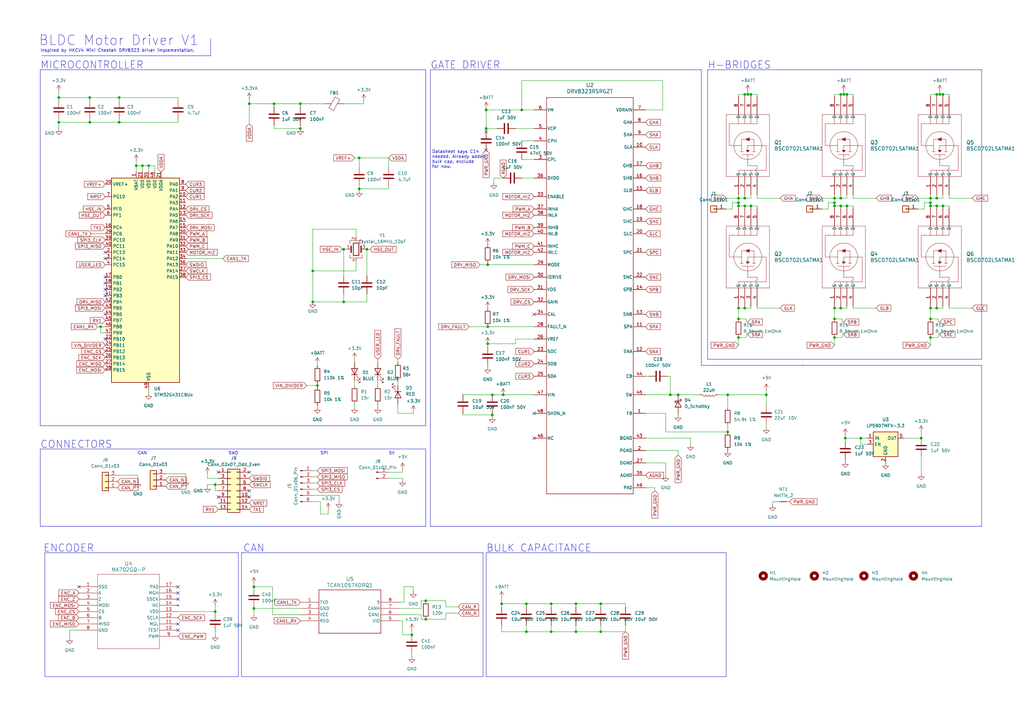
<source format=kicad_sch>
(kicad_sch (version 20230121) (generator eeschema)
  (paper "A3")
  (title_block (title "BLDC Driver V1 (\"Jabdrive\")") (company "Joel Y. Abu"))
  (lib_symbols
    (symbol "BSC0702LSATMA1:BSC0702LSATMA1" (pin_names (offset 0.254))
      (property "Reference" "U" (at 20.32 10.16 0))
      (property "Value" "BSC0702LSATMA1" (at 20.32 7.62 0))
      (symbol "BSC0702LSATMA1_1_1"
        (pin unspecified line (at 0 0 0) (length 7.62) (name "S") (number "1"))
        (pin unspecified line (at 0 -2.54 0) (length 7.62) (name "S") (number "2"))
        (pin unspecified line (at 0 -5.08 0) (length 7.62) (name "S") (number "3"))
        (pin unspecified line (at 0 -7.62 0) (length 7.62) (name "G") (number "4"))
        (pin unspecified line (at 40.64 -7.62 180) (length 7.62) (name "D") (number "5"))
        (pin unspecified line (at 40.64 -5.08 180) (length 7.62) (name "D") (number "6"))
        (pin unspecified line (at 40.64 -2.54 180) (length 7.62) (name "D") (number "7"))
        (pin unspecified line (at 40.64 0 180) (length 7.62) (name "D") (number "8"))
      )
    )
    (symbol "Connector:Conn_01x01_Pin" (pin_names (offset 1.016) hide)
      (property "Reference" "J" (at 0 2.54 0))
      (property "Value" "Conn_01x01_Pin" (at 0 -2.54 0))
      (symbol "Conn_01x01_Pin_1_1"
        (pin passive line (at 5.08 0 180) (length 3.81) (name "Pin_1") (number "1"))
      )
    )
    (symbol "Connector:Conn_01x02_Pin" (pin_names (offset 1.016) hide)
      (property "Reference" "J" (at 0 2.54 0))
      (property "Value" "Conn_01x02_Pin" (at 0 -5.08 0))
      (symbol "Conn_01x02_Pin_1_1"
        (pin passive line (at 5.08 0 180) (length 3.81) (name "Pin_1") (number "1"))
        (pin passive line (at 5.08 -2.54 180) (length 3.81) (name "Pin_2") (number "2"))
      )
    )
    (symbol "Connector:Conn_01x06_Pin" (pin_names (offset 1.016) hide)
      (property "Reference" "J" (at 0 7.62 0))
      (property "Value" "Conn_01x06_Pin" (at 0 -10.16 0))
      (symbol "Conn_01x06_Pin_1_1"
        (pin passive line (at 5.08 5.08 180) (length 3.81) (name "Pin_1") (number "1"))
        (pin passive line (at 5.08 2.54 180) (length 3.81) (name "Pin_2") (number "2"))
        (pin passive line (at 5.08 0 180) (length 3.81) (name "Pin_3") (number "3"))
        (pin passive line (at 5.08 -2.54 180) (length 3.81) (name "Pin_4") (number "4"))
        (pin passive line (at 5.08 -5.08 180) (length 3.81) (name "Pin_5") (number "5"))
        (pin passive line (at 5.08 -7.62 180) (length 3.81) (name "Pin_6") (number "6"))
      )
    )
    (symbol "Connector_Generic:Conn_01x01" (pin_names (offset 1.016) hide)
      (property "Reference" "J" (at 0 2.54 0))
      (property "Value" "Conn_01x01" (at 0 -2.54 0))
      (symbol "Conn_01x01_1_1"
        (pin passive line (at -5.08 0 0) (length 3.81) (name "Pin_1") (number "1"))
      )
    )
    (symbol "Connector_Generic:Conn_01x02" (pin_names (offset 1.016) hide)
      (property "Reference" "J" (at 0 2.54 0))
      (property "Value" "Conn_01x02" (at 0 -5.08 0))
      (symbol "Conn_01x02_1_1"
        (pin passive line (at -5.08 0 0) (length 3.81) (name "Pin_1") (number "1"))
        (pin passive line (at -5.08 -2.54 0) (length 3.81) (name "Pin_2") (number "2"))
      )
    )
    (symbol "Connector_Generic:Conn_01x03" (pin_names (offset 1.016) hide)
      (property "Reference" "J" (at 0 5.08 0))
      (property "Value" "Conn_01x03" (at 0 -5.08 0))
      (symbol "Conn_01x03_1_1"
        (pin passive line (at -5.08 2.54 0) (length 3.81) (name "Pin_1") (number "1"))
        (pin passive line (at -5.08 0 0) (length 3.81) (name "Pin_2") (number "2"))
        (pin passive line (at -5.08 -2.54 0) (length 3.81) (name "Pin_3") (number "3"))
      )
    )
    (symbol "Connector_Generic:Conn_02x07_Odd_Even" (pin_names (offset 1.016) hide)
      (property "Reference" "J" (at 1.27 10.16 0))
      (property "Value" "Conn_02x07_Odd_Even" (at 1.27 -10.16 0))
      (symbol "Conn_02x07_Odd_Even_1_1"
        (pin passive line (at -5.08 7.62 0) (length 3.81) (name "Pin_1") (number "1"))
        (pin passive line (at 7.62 -2.54 180) (length 3.81) (name "Pin_10") (number "10"))
        (pin passive line (at -5.08 -5.08 0) (length 3.81) (name "Pin_11") (number "11"))
        (pin passive line (at 7.62 -5.08 180) (length 3.81) (name "Pin_12") (number "12"))
        (pin passive line (at -5.08 -7.62 0) (length 3.81) (name "Pin_13") (number "13"))
        (pin passive line (at 7.62 -7.62 180) (length 3.81) (name "Pin_14") (number "14"))
        (pin passive line (at 7.62 7.62 180) (length 3.81) (name "Pin_2") (number "2"))
        (pin passive line (at -5.08 5.08 0) (length 3.81) (name "Pin_3") (number "3"))
        (pin passive line (at 7.62 5.08 180) (length 3.81) (name "Pin_4") (number "4"))
        (pin passive line (at -5.08 2.54 0) (length 3.81) (name "Pin_5") (number "5"))
        (pin passive line (at 7.62 2.54 180) (length 3.81) (name "Pin_6") (number "6"))
        (pin passive line (at -5.08 0 0) (length 3.81) (name "Pin_7") (number "7"))
        (pin passive line (at 7.62 0 180) (length 3.81) (name "Pin_8") (number "8"))
        (pin passive line (at -5.08 -2.54 0) (length 3.81) (name "Pin_9") (number "9"))
      )
    )
    (symbol "DRV8323RS:DRV8323RSRGZT" (pin_names (offset 0.254))
      (property "Reference" "U" (at 0 2.54 0))
      (property "Value" "DRV8323RSRGZT" (at 0 0 0))
      (symbol "DRV8323RSRGZT_1_1"
        (pin input line (at 22.86 -48.26 180) (length 5.08) (name "FB") (number "1"))
        (pin output line (at 22.86 60.96 180) (length 5.08) (name "GLA") (number "10"))
        (pin input line (at 22.86 -12.7 180) (length 5.08) (name "SPA") (number "11"))
        (pin input line (at 22.86 -22.86 180) (length 5.08) (name "SNA") (number "12"))
        (pin input line (at 22.86 -7.62 180) (length 5.08) (name "SNB") (number "13"))
        (pin input line (at 22.86 2.54 180) (length 5.08) (name "SPB") (number "14"))
        (pin output line (at 22.86 43.18 180) (length 5.08) (name "GLB") (number "15"))
        (pin input line (at 22.86 48.26 180) (length 5.08) (name "SHB") (number "16"))
        (pin output line (at 22.86 53.34 180) (length 5.08) (name "GHB") (number "17"))
        (pin output line (at 22.86 35.56 180) (length 5.08) (name "GHC") (number "18"))
        (pin input line (at 22.86 30.48 180) (length 5.08) (name "SHC") (number "19"))
        (pin power_in line (at 22.86 -63.5 180) (length 5.08) (name "PGND") (number "2"))
        (pin output line (at 22.86 25.4 180) (length 5.08) (name "GLC") (number "20"))
        (pin input line (at 22.86 17.78 180) (length 5.08) (name "SPC") (number "21"))
        (pin input line (at 22.86 7.62 180) (length 5.08) (name "SNC") (number "22"))
        (pin output line (at -22.86 -22.86 0) (length 5.08) (name "SOC") (number "23"))
        (pin output line (at -22.86 -27.94 0) (length 5.08) (name "SOB") (number "24"))
        (pin output line (at -22.86 -33.02 0) (length 5.08) (name "SOA") (number "25"))
        (pin input line (at -22.86 -17.78 0) (length 5.08) (name "VREF") (number "26"))
        (pin power_in line (at 22.86 -68.58 180) (length 5.08) (name "DGND") (number "27"))
        (pin open_collector line (at -22.86 -12.7 0) (length 5.08) (name "FAULT_N") (number "28"))
        (pin unspecified line (at -22.86 12.7 0) (length 5.08) (name "MODE") (number "29"))
        (pin unspecified line (at -22.86 55.88 0) (length 5.08) (name "CPL") (number "3"))
        (pin input line (at -22.86 7.62 0) (length 5.08) (name "IDRIVE") (number "30"))
        (pin input line (at -22.86 2.54 0) (length 5.08) (name "VDS") (number "31"))
        (pin input line (at -22.86 -2.54 0) (length 5.08) (name "GAIN") (number "32"))
        (pin input line (at -22.86 40.64 0) (length 5.08) (name "ENABLE") (number "33"))
        (pin input line (at -22.86 -7.62 0) (length 5.08) (name "CAL") (number "34"))
        (pin power_in line (at 22.86 -73.66 180) (length 5.08) (name "AGND") (number "35"))
        (pin power_in line (at -22.86 48.26 0) (length 5.08) (name "DVDD") (number "36"))
        (pin input line (at -22.86 35.56 0) (length 5.08) (name "INHA") (number "37"))
        (pin input line (at -22.86 33.02 0) (length 5.08) (name "INLA") (number "38"))
        (pin input line (at -22.86 27.94 0) (length 5.08) (name "INHB") (number "39"))
        (pin unspecified line (at -22.86 63.5 0) (length 5.08) (name "CPH") (number "4"))
        (pin input line (at -22.86 25.4 0) (length 5.08) (name "INLB") (number "40"))
        (pin input line (at -22.86 20.32 0) (length 5.08) (name "INHC") (number "41"))
        (pin input line (at -22.86 17.78 0) (length 5.08) (name "INLC") (number "42"))
        (pin power_in line (at 22.86 -58.42 180) (length 5.08) (name "BGND") (number "43"))
        (pin power_in line (at 22.86 -33.02 180) (length 5.08) (name "CB") (number "44"))
        (pin power_in line (at 22.86 -40.64 180) (length 5.08) (name "SW") (number "45"))
        (pin unspecified line (at -22.86 -58.42 0) (length 5.08) (name "NC") (number "46"))
        (pin power_in line (at -22.86 -40.64 0) (length 5.08) (name "VIN") (number "47"))
        (pin input line (at -22.86 -48.26 0) (length 5.08) (name "SHDN_N") (number "48"))
        (pin power_in line (at 22.86 -78.74 180) (length 5.08) (name "PAD") (number "49"))
        (pin power_in line (at -22.86 68.58 0) (length 5.08) (name "VCP") (number "5"))
        (pin power_in line (at -22.86 76.2 0) (length 5.08) (name "VM") (number "6"))
        (pin input line (at 22.86 76.2 180) (length 5.08) (name "VDRAIN") (number "7"))
        (pin output line (at 22.86 71.12 180) (length 5.08) (name "GHA") (number "8"))
        (pin input line (at 22.86 66.04 180) (length 5.08) (name "SHA") (number "9"))
      )
    )
    (symbol "Device:C" (pin_numbers hide) (pin_names (offset 0.254))
      (property "Reference" "C" (at 0.635 2.54 0))
      (property "Value" "C" (at 0.635 -2.54 0))
      (symbol "C_1_1"
        (pin passive line (at 0 3.81 270) (length 2.794) (name "~") (number "1"))
        (pin passive line (at 0 -3.81 90) (length 2.794) (name "~") (number "2"))
      )
    )
    (symbol "Device:Crystal_GND24" (pin_names (offset 1.016) hide)
      (property "Reference" "Y" (at 3.175 5.08 0))
      (property "Value" "Crystal_GND24" (at 3.175 3.175 0))
      (symbol "Crystal_GND24_1_1"
        (pin passive line (at -3.81 0 0) (length 1.27) (name "1") (number "1"))
        (pin passive line (at 0 5.08 270) (length 1.27) (name "2") (number "2"))
        (pin passive line (at 3.81 0 180) (length 1.27) (name "3") (number "3"))
        (pin passive line (at 0 -5.08 90) (length 1.27) (name "4") (number "4"))
      )
    )
    (symbol "Device:D_Schottky" (pin_numbers hide) (pin_names (offset 1.016) hide)
      (property "Reference" "D" (at 0 2.54 0))
      (property "Value" "D_Schottky" (at 0 -2.54 0))
      (symbol "D_Schottky_1_1"
        (pin passive line (at -3.81 0 0) (length 2.54) (name "K") (number "1"))
        (pin passive line (at 3.81 0 180) (length 2.54) (name "A") (number "2"))
      )
    )
    (symbol "Device:FerriteBead" (pin_numbers hide) (pin_names (offset 0))
      (property "Reference" "FB" (at -3.81 0.635 90))
      (property "Value" "FerriteBead" (at 3.81 0 90))
      (symbol "FerriteBead_1_1"
        (pin passive line (at 0 3.81 270) (length 2.54) (name "~") (number "1"))
        (pin passive line (at 0 -3.81 90) (length 2.54) (name "~") (number "2"))
      )
    )
    (symbol "Device:L" (pin_numbers hide) (pin_names (offset 1.016) hide)
      (property "Reference" "L" (at -1.27 0 90))
      (property "Value" "L" (at 1.905 0 90))
      (symbol "L_1_1"
        (pin passive line (at 0 3.81 270) (length 1.27) (name "1") (number "1"))
        (pin passive line (at 0 -3.81 90) (length 1.27) (name "2") (number "2"))
      )
    )
    (symbol "Device:LED" (pin_numbers hide) (pin_names (offset 1.016) hide)
      (property "Reference" "D" (at 0 2.54 0))
      (property "Value" "LED" (at 0 -2.54 0))
      (symbol "LED_1_1"
        (pin passive line (at -3.81 0 0) (length 2.54) (name "K") (number "1"))
        (pin passive line (at 3.81 0 180) (length 2.54) (name "A") (number "2"))
      )
    )
    (symbol "Device:NetTie_2" (pin_numbers hide) (pin_names (offset 0) hide) (in_bom no)
      (property "Reference" "NT" (at 0 1.27 0))
      (property "Value" "NetTie_2" (at 0 -1.27 0))
      (symbol "NetTie_2_1_1"
        (pin passive line (at -2.54 0 0) (length 2.54) (name "1") (number "1"))
        (pin passive line (at 2.54 0 180) (length 2.54) (name "2") (number "2"))
      )
    )
    (symbol "Device:R" (pin_numbers hide) (pin_names (offset 0))
      (property "Reference" "R" (at 2.032 0 90))
      (property "Value" "R" (at 0 0 90))
      (symbol "R_1_1"
        (pin passive line (at 0 3.81 270) (length 1.27) (name "~") (number "1"))
        (pin passive line (at 0 -3.81 90) (length 1.27) (name "~") (number "2"))
      )
    )
    (symbol "MA702GQ-P:MA702GQ-P" (pin_names (offset 0.254))
      (property "Reference" "U" (at 20.32 10.16 0))
      (property "Value" "MA702GQ-P" (at 20.32 7.62 0))
      (symbol "MA702GQ-P_1_1"
        (pin output line (at 0 0 0) (length 7.62) (name "SSD") (number "1"))
        (pin unspecified line (at 40.64 -17.78 180) (length 7.62) (name "TEST") (number "10"))
        (pin output line (at 40.64 -15.24 180) (length 7.62) (name "MGL") (number "11"))
        (pin unspecified line (at 40.64 -12.7 180) (length 7.62) (name "SCLK") (number "12"))
        (pin power_in line (at 40.64 -10.16 180) (length 7.62) (name "VDD") (number "13"))
        (pin no_connect line (at 40.64 -7.62 180) (length 7.62) (name "NC") (number "14"))
        (pin unspecified line (at 40.64 -5.08 180) (length 7.62) (name "SSCK") (number "15"))
        (pin output line (at 40.64 -2.54 180) (length 7.62) (name "MGH") (number "16"))
        (pin power_out line (at 40.64 0 180) (length 7.62) (name "PAD") (number "17"))
        (pin output line (at 0 -2.54 0) (length 7.62) (name "A") (number "2"))
        (pin output line (at 0 -5.08 0) (length 7.62) (name "Z") (number "3"))
        (pin input line (at 0 -7.62 0) (length 7.62) (name "MOSI") (number "4"))
        (pin unspecified line (at 0 -10.16 0) (length 7.62) (name "CS") (number "5"))
        (pin output line (at 0 -12.7 0) (length 7.62) (name "B") (number "6"))
        (pin output line (at 0 -15.24 0) (length 7.62) (name "MISO") (number "7"))
        (pin power_out line (at 0 -17.78 0) (length 7.62) (name "GND") (number "8"))
        (pin output line (at 40.64 -20.32 180) (length 7.62) (name "PWM") (number "9"))
      )
    )
    (symbol "MCU_ST_STM32G4:STM32G431CBUx"
      (property "Reference" "U" (at -12.7 44.45 0))
      (property "Value" "STM32G431CBUx" (at 10.16 44.45 0))
      (symbol "STM32G431CBUx_1_1"
        (pin power_in line (at -2.54 45.72 270) (length 2.54) (name "VBAT") (number "1"))
        (pin bidirectional line (at 17.78 35.56 180) (length 2.54) (name "PA2") (number "10"))
        (pin bidirectional line (at 17.78 33.02 180) (length 2.54) (name "PA3") (number "11"))
        (pin bidirectional line (at 17.78 30.48 180) (length 2.54) (name "PA4") (number "12"))
        (pin bidirectional line (at 17.78 27.94 180) (length 2.54) (name "PA5") (number "13"))
        (pin bidirectional line (at 17.78 25.4 180) (length 2.54) (name "PA6") (number "14"))
        (pin bidirectional line (at 17.78 22.86 180) (length 2.54) (name "PA7") (number "15"))
        (pin bidirectional line (at -15.24 22.86 0) (length 2.54) (name "PC4") (number "16"))
        (pin bidirectional line (at -15.24 2.54 0) (length 2.54) (name "PB0") (number "17"))
        (pin bidirectional line (at -15.24 0 0) (length 2.54) (name "PB1") (number "18"))
        (pin bidirectional line (at -15.24 -2.54 0) (length 2.54) (name "PB2") (number "19"))
        (pin bidirectional line (at -15.24 12.7 0) (length 2.54) (name "PC13") (number "2"))
        (pin input line (at -15.24 40.64 0) (length 2.54) (name "VREF+") (number "20"))
        (pin power_in line (at 7.62 45.72 270) (length 2.54) (name "VDDA") (number "21"))
        (pin bidirectional line (at -15.24 -22.86 0) (length 2.54) (name "PB10") (number "22"))
        (pin power_in line (at 0 45.72 270) (length 2.54) (name "VDD") (number "23"))
        (pin bidirectional line (at -15.24 -25.4 0) (length 2.54) (name "PB11") (number "24"))
        (pin bidirectional line (at -15.24 -27.94 0) (length 2.54) (name "PB12") (number "25"))
        (pin bidirectional line (at -15.24 -30.48 0) (length 2.54) (name "PB13") (number "26"))
        (pin bidirectional line (at -15.24 -33.02 0) (length 2.54) (name "PB14") (number "27"))
        (pin bidirectional line (at -15.24 -35.56 0) (length 2.54) (name "PB15") (number "28"))
        (pin bidirectional line (at -15.24 20.32 0) (length 2.54) (name "PC6") (number "29"))
        (pin bidirectional line (at -15.24 10.16 0) (length 2.54) (name "PC14") (number "3"))
        (pin bidirectional line (at 17.78 20.32 180) (length 2.54) (name "PA8") (number "30"))
        (pin bidirectional line (at 17.78 17.78 180) (length 2.54) (name "PA9") (number "31"))
        (pin bidirectional line (at 17.78 15.24 180) (length 2.54) (name "PA10") (number "32"))
        (pin bidirectional line (at 17.78 12.7 180) (length 2.54) (name "PA11") (number "33"))
        (pin bidirectional line (at 17.78 10.16 180) (length 2.54) (name "PA12") (number "34"))
        (pin power_in line (at 2.54 45.72 270) (length 2.54) (name "VDD") (number "35"))
        (pin bidirectional line (at 17.78 7.62 180) (length 2.54) (name "PA13") (number "36"))
        (pin bidirectional line (at 17.78 5.08 180) (length 2.54) (name "PA14") (number "37"))
        (pin bidirectional line (at 17.78 2.54 180) (length 2.54) (name "PA15") (number "38"))
        (pin bidirectional line (at -15.24 17.78 0) (length 2.54) (name "PC10") (number "39"))
        (pin bidirectional line (at -15.24 7.62 0) (length 2.54) (name "PC15") (number "4"))
        (pin bidirectional line (at -15.24 15.24 0) (length 2.54) (name "PC11") (number "40"))
        (pin bidirectional line (at -15.24 -5.08 0) (length 2.54) (name "PB3") (number "41"))
        (pin bidirectional line (at -15.24 -7.62 0) (length 2.54) (name "PB4") (number "42"))
        (pin bidirectional line (at -15.24 -10.16 0) (length 2.54) (name "PB5") (number "43"))
        (pin bidirectional line (at -15.24 -12.7 0) (length 2.54) (name "PB6") (number "44"))
        (pin bidirectional line (at -15.24 -15.24 0) (length 2.54) (name "PB7") (number "45"))
        (pin bidirectional line (at -15.24 -17.78 0) (length 2.54) (name "PB8") (number "46"))
        (pin bidirectional line (at -15.24 -20.32 0) (length 2.54) (name "PB9") (number "47"))
        (pin power_in line (at 5.08 45.72 270) (length 2.54) (name "VDD") (number "48"))
        (pin power_in line (at 2.54 -43.18 90) (length 2.54) (name "VSS") (number "49"))
        (pin bidirectional line (at -15.24 30.48 0) (length 2.54) (name "PF0") (number "5"))
        (pin bidirectional line (at -15.24 27.94 0) (length 2.54) (name "PF1") (number "6"))
        (pin bidirectional line (at -15.24 35.56 0) (length 2.54) (name "PG10") (number "7"))
        (pin bidirectional line (at 17.78 40.64 180) (length 2.54) (name "PA0") (number "8"))
        (pin bidirectional line (at 17.78 38.1 180) (length 2.54) (name "PA1") (number "9"))
      )
    )
    (symbol "Mechanical:MountingHole" (pin_names (offset 1.016))
      (property "Reference" "H" (at 0 5.08 0))
      (property "Value" "MountingHole" (at 0 3.175 0))
    )
    (symbol "Regulator_Linear:LP5907MFX-3.3"
      (property "Reference" "U" (at -3.81 6.35 0))
      (property "Value" "LP5907MFX-3.3" (at 6.35 6.35 0))
      (symbol "LP5907MFX-3.3_0_1"
        (pin power_in line (at -7.62 2.54 0) (length 2.54) (name "IN") (number "1"))
        (pin power_in line (at 0 -7.62 90) (length 2.54) (name "GND") (number "2"))
        (pin input line (at -7.62 0 0) (length 2.54) (name "EN") (number "3"))
        (pin no_connect line (at 5.08 0 180) (length 2.54) hide (name "NC") (number "4"))
        (pin power_out line (at 7.62 2.54 180) (length 2.54) (name "OUT") (number "5"))
      )
    )
    (symbol "TCAN1057ADRQ1:TCAN1057ADRQ1" (pin_names (offset 0.254))
      (property "Reference" "U" (at 20.32 10.16 0))
      (property "Value" "TCAN1057ADRQ1" (at 20.32 7.62 0))
      (symbol "TCAN1057ADRQ1_0_1"
        (pin input line (at 0 0 0) (length 7.62) (name "TXD") (number "1"))
        (pin power_out line (at 0 -2.54 0) (length 7.62) (name "GND") (number "2"))
        (pin power_in line (at 0 -5.08 0) (length 7.62) (name "VCC") (number "3"))
        (pin output line (at 0 -7.62 0) (length 7.62) (name "RXD") (number "4"))
        (pin power_in line (at 40.64 -7.62 180) (length 7.62) (name "VIO") (number "5"))
        (pin bidirectional line (at 40.64 -5.08 180) (length 7.62) (name "CANL") (number "6"))
        (pin bidirectional line (at 40.64 -2.54 180) (length 7.62) (name "CANH") (number "7"))
        (pin input line (at 40.64 0 180) (length 7.62) (name "S") (number "8"))
      )
    )
    (symbol "power:+3.3V" (power) (pin_names (offset 0))
      (property "Value" "+3.3V" (at 0 3.556 0))
      (symbol "+3.3V_1_1"
        (pin power_in line (at 0 0 90) (length 0) hide (name "+3.3V") (number "1"))
      )
    )
    (symbol "power:+3.3VA" (power) (pin_names (offset 0))
      (property "Value" "+3.3VA" (at 0 3.556 0))
      (symbol "+3.3VA_1_1"
        (pin power_in line (at 0 0 90) (length 0) hide (name "+3.3VA") (number "1"))
      )
    )
    (symbol "power:+5V" (power) (pin_names (offset 0))
      (property "Value" "+5V" (at 0 3.556 0))
      (symbol "+5V_1_1"
        (pin power_in line (at 0 0 90) (length 0) hide (name "+5V") (number "1"))
      )
    )
    (symbol "power:+BATT" (power) (pin_names (offset 0))
      (property "Value" "+BATT" (at 0 3.556 0))
      (symbol "+BATT_1_1"
        (pin power_in line (at 0 0 90) (length 0) hide (name "+BATT") (number "1"))
      )
    )
    (symbol "power:GND" (power) (pin_names (offset 0))
      (property "Value" "GND" (at 0 -3.81 0))
      (symbol "GND_1_1"
        (pin power_in line (at 0 0 270) (length 0) hide (name "GND") (number "1"))
      )
    )
  )
  (junction (at 36.83 40.005))
  (junction (at 215.9 259.08))
  (junction (at 102.235 42.545))
  (junction (at 305.435 38.735))
  (junction (at 123.19 42.545))
  (junction (at 346.075 38.735))
  (junction (at 305.435 81.28))
  (junction (at 200.025 140.97))
  (junction (at 48.895 40.005))
  (junction (at 342.265 83.185))
  (junction (at 386.715 84.455))
  (junction (at 302.895 130.81))
  (junction (at 384.175 126.365))
  (junction (at 128.27 111.125))
  (junction (at 381.635 138.43))
  (junction (at 344.805 38.735))
  (junction (at 199.39 45.085))
  (junction (at 226.06 259.08))
  (junction (at 353.06 179.705))
  (junction (at 342.265 130.81))
  (junction (at 174.625 254))
  (junction (at 347.345 84.455))
  (junction (at 274.955 161.925))
  (junction (at 347.345 38.735))
  (junction (at 24.13 50.165))
  (junction (at 200.025 133.985))
  (junction (at 140.97 102.235))
  (junction (at 314.325 161.925))
  (junction (at 381.635 130.81))
  (junction (at 41.275 133.985))
  (junction (at 342.265 126.365))
  (junction (at 381.635 81.28))
  (junction (at 302.895 138.43))
  (junction (at 346.71 179.705))
  (junction (at 381.635 126.365))
  (junction (at 201.93 161.925))
  (junction (at 278.13 161.925))
  (junction (at 342.265 138.43))
  (junction (at 174.625 246.38))
  (junction (at 199.39 52.705))
  (junction (at 206.375 161.925))
  (junction (at 36.83 50.165))
  (junction (at 128.27 123.825))
  (junction (at 342.265 81.28))
  (junction (at 344.805 81.28))
  (junction (at 236.22 247.65))
  (junction (at 215.9 247.65))
  (junction (at 385.445 38.735))
  (junction (at 302.895 81.28))
  (junction (at 123.19 52.705))
  (junction (at 302.895 126.365))
  (junction (at 201.93 170.18))
  (junction (at 246.38 247.65))
  (junction (at 88.265 250.825))
  (junction (at 377.825 179.705))
  (junction (at 200.025 108.585))
  (junction (at 305.435 126.365))
  (junction (at 342.265 84.455))
  (junction (at 104.14 240.665))
  (junction (at 306.705 38.735))
  (junction (at 147.32 64.77))
  (junction (at 305.435 84.455))
  (junction (at 384.175 38.735))
  (junction (at 147.32 77.47))
  (junction (at 384.175 81.28))
  (junction (at 381.635 83.185))
  (junction (at 213.995 45.085))
  (junction (at 381.635 84.455))
  (junction (at 344.805 84.455))
  (junction (at 386.715 38.735))
  (junction (at 112.395 42.545))
  (junction (at 150.495 102.235))
  (junction (at 246.38 259.08))
  (junction (at 307.975 84.455))
  (junction (at 298.45 161.925))
  (junction (at 384.175 84.455))
  (junction (at 302.895 84.455))
  (junction (at 302.895 83.185))
  (junction (at 130.175 158.115))
  (junction (at 298.45 177.165))
  (junction (at 226.06 247.65))
  (junction (at 140.97 123.825))
  (junction (at 104.14 249.555))
  (junction (at 55.88 67.945))
  (junction (at 48.895 50.165))
  (junction (at 58.42 67.945))
  (junction (at 24.13 40.005))
  (junction (at 168.91 260.35))
  (junction (at 344.805 126.365))
  (junction (at 60.96 67.945))
  (junction (at 307.975 38.735))
  (junction (at 88.265 198.755))
  (junction (at 205.74 247.65))
  (junction (at 236.22 259.08))
  (no_connect (at 43.18 106.045))
  (no_connect (at 73.025 258.445))
  (no_connect (at 43.18 103.505))
  (no_connect (at 199.39 53.975))
  (no_connect (at 43.18 116.205))
  (no_connect (at 219.075 128.905))
  (no_connect (at 102.235 203.835))
  (no_connect (at 219.075 169.545))
  (no_connect (at 102.235 201.295))
  (no_connect (at 43.18 139.065))
  (no_connect (at 43.18 113.665))
  (no_connect (at 199.39 61.595))
  (no_connect (at 32.385 240.665))
  (no_connect (at 73.025 243.205))
  (no_connect (at 219.075 179.705))
  (no_connect (at 73.025 245.745))
  (no_connect (at 73.025 240.665))
  (no_connect (at 43.18 121.285))
  (no_connect (at 89.535 203.835))
  (no_connect (at 43.18 128.905))
  (no_connect (at 73.025 255.905))
  (no_connect (at 102.235 193.675))
  (no_connect (at 43.18 118.745))
  (no_connect (at 89.535 193.675))
  (wire (pts (xy 123.19 51.435) (xy 123.19 52.705)))
  (wire (pts (xy 213.995 57.785) (xy 219.075 57.785)))
  (wire (pts (xy 60.96 67.945) (xy 58.42 67.945)))
  (wire (pts (xy 145.415 165.735) (xy 145.415 167.005)))
  (wire (pts (xy 376.555 85.725) (xy 379.095 85.725)))
  (wire (pts (xy 344.805 84.455) (xy 344.805 85.09)))
  (wire (pts (xy 203.835 52.705) (xy 199.39 52.705)))
  (wire (pts (xy 48.895 50.165) (xy 73.025 50.165)))
  (wire (pts (xy 302.895 81.28) (xy 302.895 83.185)))
  (polyline (pts (xy 18.415 226.695) (xy 18.415 277.495)))
  (wire (pts (xy 205.74 259.08) (xy 215.9 259.08)))
  (wire (pts (xy 88.265 248.285) (xy 88.265 250.825)))
  (wire (pts (xy 306.705 137.16) (xy 306.07 137.16)))
  (polyline (pts (xy 16.51 28.575) (xy 174.625 28.575)))
  (wire (pts (xy 200.025 108.585) (xy 200.025 107.95)))
  (wire (pts (xy 111.76 240.665) (xy 104.14 240.665)))
  (wire (pts (xy 379.095 83.185) (xy 381.635 83.185)))
  (wire (pts (xy 381.635 80.01) (xy 381.635 81.28)))
  (wire (pts (xy 182.88 246.38) (xy 182.88 248.92)))
  (wire (pts (xy 48.895 40.005) (xy 73.025 40.005)))
  (wire (pts (xy 389.255 80.01) (xy 389.255 81.28)))
  (polyline (pts (xy 199.39 277.495) (xy 199.39 226.695)))
  (wire (pts (xy 140.97 123.825) (xy 150.495 123.825)))
  (wire (pts (xy 125.73 158.115) (xy 130.175 158.115)))
  (wire (pts (xy -31.75 196.85) (xy -31.75 196.215)))
  (wire (pts (xy 85.09 194.31) (xy 85.09 196.215)))
  (wire (pts (xy 345.44 137.16) (xy 345.44 138.43)))
  (wire (pts (xy 307.975 84.455) (xy 307.975 85.09)))
  (wire (pts (xy 310.515 126.365) (xy 320.04 126.365)))
  (wire (pts (xy 339.725 83.185) (xy 342.265 83.185)))
  (polyline (pts (xy 198.12 277.495) (xy 99.06 277.495)))
  (wire (pts (xy 76.2 106.045) (xy 91.44 106.045)))
  (wire (pts (xy 381.635 138.43) (xy 384.81 138.43)))
  (wire (pts (xy 298.45 167.005) (xy 298.45 161.925)))
  (wire (pts (xy 60.96 70.485) (xy 60.96 67.945)))
  (wire (pts (xy 342.265 125.73) (xy 342.265 126.365)))
  (wire (pts (xy 123.19 252.095) (xy 111.76 252.095)))
  (wire (pts (xy -31.75 201.295) (xy -31.75 199.39)))
  (wire (pts (xy 345.44 130.81) (xy 342.265 130.81)))
  (wire (pts (xy 353.06 179.705) (xy 355.6 179.705)))
  (wire (pts (xy 147.32 64.77) (xy 159.385 64.77)))
  (wire (pts (xy 73.025 250.825) (xy 88.265 250.825)))
  (wire (pts (xy 128.27 198.12) (xy 130.175 198.12)))
  (wire (pts (xy 201.93 170.18) (xy 201.93 170.815)))
  (wire (pts (xy 140.97 102.235) (xy 140.97 113.03)))
  (wire (pts (xy 314.325 166.37) (xy 314.325 161.925)))
  (wire (pts (xy 146.05 111.125) (xy 146.05 107.315)))
  (wire (pts (xy 349.885 126.365) (xy 359.41 126.365)))
  (wire (pts (xy 370.84 179.705) (xy 377.825 179.705)))
  (wire (pts (xy 305.435 84.455) (xy 305.435 85.09)))
  (wire (pts (xy 283.21 179.705) (xy 283.21 182.245)))
  (wire (pts (xy 342.265 138.43) (xy 342.265 141.605)))
  (wire (pts (xy 88.265 201.295) (xy 88.265 198.755)))
  (wire (pts (xy 58.42 70.485) (xy 58.42 67.945)))
  (wire (pts (xy 385.445 38.735) (xy 386.715 38.735)))
  (wire (pts (xy 346.71 179.705) (xy 346.71 180.975)))
  (wire (pts (xy 384.175 38.735) (xy 385.445 38.735)))
  (wire (pts (xy 307.975 80.01) (xy 307.975 81.28)))
  (wire (pts (xy 236.22 256.54) (xy 236.22 259.08)))
  (wire (pts (xy 36.83 50.165) (xy 48.895 50.165)))
  (wire (pts (xy 246.38 247.65) (xy 256.54 247.65)))
  (wire (pts (xy 306.705 37.465) (xy 306.705 38.735)))
  (wire (pts (xy 389.255 84.455) (xy 389.255 85.09)))
  (wire (pts (xy 307.975 125.73) (xy 307.975 126.365)))
  (wire (pts (xy 305.435 38.735) (xy 305.435 39.37)))
  (wire (pts (xy 134.62 208.915) (xy 134.62 210.82)))
  (wire (pts (xy 140.335 102.235) (xy 140.97 102.235)))
  (wire (pts (xy 346.075 37.465) (xy 346.075 38.735)))
  (wire (pts (xy 344.805 38.735) (xy 344.805 39.37)))
  (wire (pts (xy 85.09 196.215) (xy 89.535 196.215)))
  (wire (pts (xy 386.715 38.735) (xy 386.715 39.37)))
  (wire (pts (xy 347.345 80.01) (xy 347.345 81.28)))
  (wire (pts (xy 297.815 81.28) (xy 302.895 81.28)))
  (wire (pts (xy 274.955 161.925) (xy 264.795 161.925)))
  (wire (pts (xy 306.07 137.16) (xy 306.07 138.43)))
  (wire (pts (xy 264.795 154.305) (xy 266.065 154.305)))
  (wire (pts (xy 196.85 108.585) (xy 200.025 108.585)))
  (wire (pts (xy 384.175 81.28) (xy 381.635 81.28)))
  (wire (pts (xy 165.1 260.35) (xy 168.91 260.35)))
  (polyline (pts (xy 297.815 226.695) (xy 297.815 277.495)))
  (wire (pts (xy 102.235 42.545) (xy 102.235 50.8)))
  (wire (pts (xy 145.415 64.77) (xy 147.32 64.77)))
  (wire (pts (xy 159.385 64.77) (xy 159.385 68.58)))
  (wire (pts (xy -15.875 220.98) (xy -15.875 219.71)))
  (wire (pts (xy 226.06 259.08) (xy 236.22 259.08)))
  (wire (pts (xy 344.805 125.73) (xy 344.805 126.365)))
  (wire (pts (xy 256.54 256.54) (xy 256.54 259.08)))
  (wire (pts (xy 174.625 254) (xy 182.88 254)))
  (wire (pts (xy 172.72 252.095) (xy 172.72 254)))
  (wire (pts (xy 58.42 67.945) (xy 55.88 67.945)))
  (wire (pts (xy 346.71 188.595) (xy 346.71 189.23)))
  (wire (pts (xy 349.885 84.455) (xy 349.885 85.09)))
  (wire (pts (xy 302.895 126.365) (xy 302.895 130.81)))
  (polyline (pts (xy 290.195 28.575) (xy 290.195 147.32)))
  (wire (pts (xy 213.995 45.085) (xy 219.075 45.085)))
  (wire (pts (xy 384.175 84.455) (xy 384.175 85.09)))
  (wire (pts (xy 206.375 161.925) (xy 219.075 161.925)))
  (wire (pts (xy 128.27 205.74) (xy 131.445 205.74)))
  (wire (pts (xy 344.805 80.01) (xy 344.805 81.28)))
  (wire (pts (xy 192.405 133.985) (xy 200.025 133.985)))
  (wire (pts (xy 24.13 48.895) (xy 24.13 50.165)))
  (wire (pts (xy 306.705 132.08) (xy 306.07 132.08)))
  (wire (pts (xy 128.27 193.04) (xy 130.175 193.04)))
  (wire (pts (xy 347.345 81.28) (xy 344.805 81.28)))
  (wire (pts (xy 55.88 66.04) (xy 55.88 67.945)))
  (wire (pts (xy 215.9 256.54) (xy 215.9 259.08)))
  (wire (pts (xy 302.895 83.185) (xy 302.895 84.455)))
  (wire (pts (xy 32.385 258.445) (xy 28.575 258.445)))
  (wire (pts (xy 384.81 130.81) (xy 381.635 130.81)))
  (wire (pts (xy 273.05 169.545) (xy 273.05 177.165)))
  (wire (pts (xy 206.375 73.025) (xy 202.565 73.025)))
  (polyline (pts (xy 99.06 226.695) (xy 99.695 226.695)))
  (wire (pts (xy 306.07 132.08) (xy 306.07 130.81)))
  (polyline (pts (xy 97.79 277.495) (xy 18.415 277.495)))
  (wire (pts (xy 381.635 38.735) (xy 384.175 38.735)))
  (wire (pts (xy 305.435 84.455) (xy 307.975 84.455)))
  (wire (pts (xy 24.13 40.005) (xy 36.83 40.005)))
  (wire (pts (xy 163.195 156.21) (xy 163.195 158.115)))
  (wire (pts (xy 88.265 198.755) (xy 85.09 198.755)))
  (wire (pts (xy 298.45 161.925) (xy 314.325 161.925)))
  (wire (pts (xy 88.265 259.08) (xy 88.265 260.35)))
  (polyline (pts (xy 16.51 28.575) (xy 16.51 174.625)))
  (wire (pts (xy 102.235 40.64) (xy 102.235 42.545)))
  (wire (pts (xy 199.39 45.085) (xy 199.39 52.705)))
  (wire (pts (xy 355.6 182.245) (xy 353.06 182.245)))
  (wire (pts (xy 165.735 240.665) (xy 165.735 247.015)))
  (wire (pts (xy 85.09 198.755) (xy 85.09 199.39)))
  (polyline (pts (xy 97.79 226.695) (xy 97.79 277.495)))
  (wire (pts (xy 318.77 205.74) (xy 316.865 205.74)))
  (wire (pts (xy 384.81 132.08) (xy 384.81 130.81)))
  (wire (pts (xy 381.635 126.365) (xy 381.635 130.81)))
  (wire (pts (xy 385.445 137.16) (xy 384.81 137.16)))
  (wire (pts (xy 163.195 169.545) (xy 169.545 169.545)))
  (wire (pts (xy 381.635 125.73) (xy 381.635 126.365)))
  (wire (pts (xy 104.14 240.665) (xy 104.14 241.3)))
  (wire (pts (xy 213.995 73.025) (xy 219.075 73.025)))
  (wire (pts (xy 246.38 256.54) (xy 246.38 259.08)))
  (wire (pts (xy 76.2 194.31) (xy 67.945 194.31)))
  (wire (pts (xy 384.175 80.01) (xy 384.175 81.28)))
  (wire (pts (xy 342.265 84.455) (xy 344.805 84.455)))
  (wire (pts (xy 264.795 200.025) (xy 268.605 200.025)))
  (wire (pts (xy 381.635 81.28) (xy 381.635 83.185)))
  (wire (pts (xy 389.255 125.73) (xy 389.255 126.365)))
  (wire (pts (xy 306.07 138.43) (xy 302.895 138.43)))
  (polyline (pts (xy 297.815 277.495) (xy 199.39 277.495)))
  (wire (pts (xy 213.995 33.02) (xy 213.995 45.085)))
  (polyline (pts (xy 16.51 184.15) (xy 174.625 184.15)))
  (wire (pts (xy 41.275 133.985) (xy 43.18 133.985)))
  (wire (pts (xy 377.825 177.165) (xy 377.825 179.705)))
  (wire (pts (xy 150.495 102.235) (xy 151.765 102.235)))
  (polyline (pts (xy 174.625 215.9) (xy 16.51 215.9)))
  (wire (pts (xy 316.865 205.74) (xy 316.865 207.01)))
  (wire (pts (xy 346.71 178.435) (xy 346.71 179.705)))
  (wire (pts (xy 386.715 81.28) (xy 384.175 81.28)))
  (wire (pts (xy 159.385 196.215) (xy 165.1 196.215)))
  (wire (pts (xy 130.175 166.37) (xy 130.175 167.005)))
  (wire (pts (xy 199.39 45.085) (xy 213.995 45.085)))
  (wire (pts (xy 347.345 84.455) (xy 349.885 84.455)))
  (wire (pts (xy 163.195 165.735) (xy 163.195 169.545)))
  (wire (pts (xy 236.22 259.08) (xy 246.38 259.08)))
  (wire (pts (xy 344.805 84.455) (xy 347.345 84.455)))
  (polyline (pts (xy 176.53 28.575) (xy 287.655 28.575)))
  (wire (pts (xy 300.355 85.725) (xy 300.355 83.185)))
  (wire (pts (xy 342.265 39.37) (xy 342.265 38.735)))
  (wire (pts (xy 264.795 189.865) (xy 273.05 189.865)))
  (wire (pts (xy 205.74 245.11) (xy 205.74 247.65)))
  (wire (pts (xy 219.075 139.065) (xy 211.455 139.065)))
  (wire (pts (xy 63.5 70.485) (xy 63.5 67.945)))
  (wire (pts (xy 345.44 132.08) (xy 345.44 130.81)))
  (wire (pts (xy 89.535 201.295) (xy 88.265 201.295)))
  (wire (pts (xy 347.345 126.365) (xy 344.805 126.365)))
  (wire (pts (xy 236.22 247.65) (xy 236.22 248.92)))
  (wire (pts (xy 347.345 38.735) (xy 347.345 39.37)))
  (wire (pts (xy 60.96 67.945) (xy 63.5 67.945)))
  (wire (pts (xy 140.97 42.545) (xy 149.225 42.545)))
  (wire (pts (xy 174.625 246.38) (xy 182.88 246.38)))
  (wire (pts (xy 163.83 252.095) (xy 172.72 252.095)))
  (wire (pts (xy 310.515 84.455) (xy 310.515 85.09)))
  (wire (pts (xy 215.9 259.08) (xy 226.06 259.08)))
  (wire (pts (xy 76.2 196.85) (xy 76.2 194.31)))
  (wire (pts (xy 305.435 81.28) (xy 302.895 81.28)))
  (wire (pts (xy 302.895 38.735) (xy 305.435 38.735)))
  (wire (pts (xy 384.81 137.16) (xy 384.81 138.43)))
  (wire (pts (xy 298.45 161.925) (xy 294.64 161.925)))
  (wire (pts (xy 342.265 83.185) (xy 342.265 84.455)))
  (polyline (pts (xy 99.06 277.495) (xy 99.06 226.695)))
  (wire (pts (xy 349.885 125.73) (xy 349.885 126.365)))
  (wire (pts (xy 236.22 247.65) (xy 246.38 247.65)))
  (wire (pts (xy 55.88 67.945) (xy 55.88 70.485)))
  (wire (pts (xy 24.13 50.165) (xy 24.13 52.705)))
  (wire (pts (xy 377.825 187.325) (xy 377.825 194.31)))
  (wire (pts (xy 273.685 154.305) (xy 274.955 154.305)))
  (wire (pts (xy 128.27 111.125) (xy 146.05 111.125)))
  (wire (pts (xy 310.515 38.735) (xy 310.515 39.37)))
  (wire (pts (xy 172.72 254) (xy 174.625 254)))
  (wire (pts (xy 28.575 258.445) (xy 28.575 261.62)))
  (wire (pts (xy 346.71 179.705) (xy 353.06 179.705)))
  (wire (pts (xy 60.96 159.385) (xy 60.96 161.29)))
  (wire (pts (xy 172.72 249.555) (xy 172.72 246.38)))
  (wire (pts (xy 169.545 240.665) (xy 169.545 242.57)))
  (wire (pts (xy 264.795 45.085) (xy 271.78 45.085)))
  (wire (pts (xy 182.88 251.46) (xy 187.96 251.46)))
  (wire (pts (xy 381.635 138.43) (xy 381.635 141.605)))
  (wire (pts (xy 211.455 139.065) (xy 211.455 140.97)))
  (wire (pts (xy 139.065 203.2) (xy 139.065 205.74)))
  (wire (pts (xy 89.535 198.755) (xy 88.265 198.755)))
  (polyline (pts (xy 174.625 174.625) (xy 16.51 174.625)))
  (wire (pts (xy 163.195 147.32) (xy 163.195 148.59)))
  (polyline (pts (xy 287.655 28.575) (xy 287.655 149.86)))
  (wire (pts (xy 165.1 193.675) (xy 165.1 192.405)))
  (polyline (pts (xy 176.53 28.575) (xy 176.53 215.9)))
  (wire (pts (xy 302.895 80.01) (xy 302.895 81.28)))
  (wire (pts (xy 147.32 77.47) (xy 159.385 77.47)))
  (polyline (pts (xy 174.625 184.15) (xy 174.625 215.9)))
  (wire (pts (xy 140.97 120.65) (xy 140.97 123.825)))
  (wire (pts (xy 37.465 95.885) (xy 43.18 95.885)))
  (wire (pts (xy 389.255 38.735) (xy 389.255 39.37)))
  (wire (pts (xy 342.265 138.43) (xy 345.44 138.43)))
  (wire (pts (xy 264.795 179.705) (xy 283.21 179.705)))
  (wire (pts (xy 131.445 210.82) (xy 134.62 210.82)))
  (wire (pts (xy 104.14 249.555) (xy 123.19 249.555)))
  (wire (pts (xy 287.02 161.925) (xy 278.13 161.925)))
  (wire (pts (xy 346.075 137.16) (xy 345.44 137.16)))
  (wire (pts (xy 201.93 169.545) (xy 201.93 170.18)))
  (wire (pts (xy 36.83 40.005) (xy 48.895 40.005)))
  (wire (pts (xy 112.395 42.545) (xy 112.395 43.815)))
  (wire (pts (xy 73.025 50.165) (xy 73.025 48.895)))
  (wire (pts (xy 202.565 73.025) (xy 202.565 74.93)))
  (wire (pts (xy 342.265 126.365) (xy 342.265 130.81)))
  (wire (pts (xy 337.185 81.28) (xy 342.265 81.28)))
  (wire (pts (xy 310.515 125.73) (xy 310.515 126.365)))
  (wire (pts (xy 344.805 38.735) (xy 346.075 38.735)))
  (wire (pts (xy 205.74 247.65) (xy 215.9 247.65)))
  (wire (pts (xy 384.175 126.365) (xy 381.635 126.365)))
  (wire (pts (xy 342.265 81.28) (xy 342.265 83.185)))
  (wire (pts (xy 302.895 39.37) (xy 302.895 38.735)))
  (wire (pts (xy 154.94 165.735) (xy 154.94 167.005)))
  (polyline (pts (xy 402.59 215.9) (xy 329.565 215.9)))
  (wire (pts (xy 123.19 42.545) (xy 123.19 43.815)))
  (wire (pts (xy 300.355 83.185) (xy 302.895 83.185)))
  (wire (pts (xy 199.39 52.705) (xy 199.39 53.975)))
  (wire (pts (xy 48.895 41.275) (xy 48.895 40.005)))
  (wire (pts (xy 131.445 205.74) (xy 131.445 210.82)))
  (wire (pts (xy 213.995 65.405) (xy 219.075 65.405)))
  (wire (pts (xy 226.06 247.65) (xy 236.22 247.65)))
  (wire (pts (xy 104.14 239.395) (xy 104.14 240.665)))
  (wire (pts (xy 128.27 111.125) (xy 128.27 123.825)))
  (wire (pts (xy 159.385 76.2) (xy 159.385 77.47)))
  (wire (pts (xy 41.275 133.985) (xy 41.275 136.525)))
  (wire (pts (xy 145.415 147.32) (xy 145.415 148.59)))
  (wire (pts (xy 128.27 93.98) (xy 128.27 111.125)))
  (wire (pts (xy 189.865 161.925) (xy 201.93 161.925)))
  (wire (pts (xy 256.54 247.65) (xy 256.54 248.92)))
  (wire (pts (xy 246.38 247.65) (xy 246.38 248.92)))
  (wire (pts (xy 165.1 254.635) (xy 165.1 260.35)))
  (wire (pts (xy 199.39 44.45) (xy 199.39 45.085)))
  (wire (pts (xy 381.635 83.185) (xy 381.635 84.455)))
  (wire (pts (xy 264.795 169.545) (xy 273.05 169.545)))
  (wire (pts (xy 342.265 80.01) (xy 342.265 81.28)))
  (wire (pts (xy 302.895 84.455) (xy 302.895 85.09)))
  (wire (pts (xy 278.13 169.545) (xy 278.13 170.18)))
  (wire (pts (xy 200.025 140.97) (xy 200.025 142.24)))
  (wire (pts (xy 305.435 126.365) (xy 302.895 126.365)))
  (wire (pts (xy 159.385 193.675) (xy 165.1 193.675)))
  (wire (pts (xy 200.025 133.985) (xy 219.075 133.985)))
  (wire (pts (xy 342.265 84.455) (xy 342.265 85.09)))
  (wire (pts (xy 205.74 247.65) (xy 205.74 248.92)))
  (wire (pts (xy 112.395 52.705) (xy 123.19 52.705)))
  (wire (pts (xy 24.13 40.005) (xy 24.13 41.275)))
  (wire (pts (xy 314.325 160.02) (xy 314.325 161.925)))
  (wire (pts (xy 305.435 38.735) (xy 306.705 38.735)))
  (wire (pts (xy 56.515 197.485) (xy 56.515 194.945)))
  (wire (pts (xy 339.725 85.725) (xy 339.725 83.185)))
  (wire (pts (xy 347.345 38.735) (xy 349.885 38.735)))
  (wire (pts (xy 102.235 42.545) (xy 112.395 42.545)))
  (wire (pts (xy 40.005 133.985) (xy 41.275 133.985)))
  (wire (pts (xy 104.14 249.555) (xy 104.14 248.92)))
  (wire (pts (xy 305.435 80.01) (xy 305.435 81.28)))
  (wire (pts (xy 215.9 247.65) (xy 226.06 247.65)))
  (wire (pts (xy 172.72 246.38) (xy 174.625 246.38)))
  (wire (pts (xy 298.45 174.625) (xy 298.45 177.165)))
  (wire (pts (xy 168.91 267.97) (xy 168.91 269.24)))
  (wire (pts (xy 310.515 80.01) (xy 310.515 81.28)))
  (wire (pts (xy 349.885 80.01) (xy 349.885 81.28)))
  (wire (pts (xy 302.895 84.455) (xy 305.435 84.455)))
  (wire (pts (xy 128.27 93.98) (xy 146.05 93.98)))
  (polyline (pts (xy 199.39 226.695) (xy 201.295 226.695)))
  (wire (pts (xy 189.865 170.18) (xy 189.865 169.545)))
  (wire (pts (xy 201.93 161.925) (xy 206.375 161.925)))
  (wire (pts (xy 386.715 38.735) (xy 389.255 38.735)))
  (wire (pts (xy 112.395 51.435) (xy 112.395 52.705)))
  (wire (pts (xy 130.175 149.225) (xy 130.175 149.86)))
  (wire (pts (xy 349.885 81.28) (xy 359.41 81.28)))
  (wire (pts (xy 128.27 195.58) (xy 130.175 195.58)))
  (wire (pts (xy 344.805 81.28) (xy 342.265 81.28)))
  (wire (pts (xy 88.265 250.825) (xy 88.265 251.46)))
  (wire (pts (xy 123.19 42.545) (xy 133.35 42.545)))
  (wire (pts (xy 168.91 258.445) (xy 168.91 260.35)))
  (wire (pts (xy 140.97 102.235) (xy 142.24 102.235)))
  (wire (pts (xy 376.555 81.28) (xy 381.635 81.28)))
  (wire (pts (xy 246.38 259.08) (xy 256.54 259.08)))
  (wire (pts (xy 379.095 85.725) (xy 379.095 83.185)))
  (wire (pts (xy 273.05 177.165) (xy 298.45 177.165)))
  (wire (pts (xy 36.83 48.895) (xy 36.83 50.165)))
  (wire (pts (xy 264.795 184.785) (xy 278.13 184.785)))
  (wire (pts (xy 104.14 249.555) (xy 104.14 252.095)))
  (wire (pts (xy 128.27 200.66) (xy 130.175 200.66)))
  (wire (pts (xy 163.83 254.635) (xy 165.1 254.635)))
  (wire (pts (xy 130.175 158.115) (xy 130.175 157.48)))
  (wire (pts (xy 128.27 203.2) (xy 139.065 203.2)))
  (wire (pts (xy 384.175 84.455) (xy 386.715 84.455)))
  (wire (pts (xy 149.86 102.235) (xy 150.495 102.235)))
  (wire (pts (xy 384.175 125.73) (xy 384.175 126.365)))
  (wire (pts (xy 150.495 102.235) (xy 150.495 113.03)))
  (wire (pts (xy 36.83 41.275) (xy 36.83 40.005)))
  (polyline (pts (xy 402.59 147.32) (xy 290.195 147.32)))
  (wire (pts (xy 271.78 33.02) (xy 213.995 33.02)))
  (wire (pts (xy 165.1 196.215) (xy 165.1 196.85)))
  (wire (pts (xy 306.07 130.81) (xy 302.895 130.81)))
  (polyline (pts (xy 328.93 149.86) (xy 402.59 149.86)))
  (polyline (pts (xy 86.36 15.875) (xy 86.36 22.86)))
  (wire (pts (xy 128.27 123.825) (xy 140.97 123.825)))
  (wire (pts (xy 145.415 156.21) (xy 145.415 158.115)))
  (wire (pts (xy 226.06 247.65) (xy 226.06 248.92)))
  (polyline (pts (xy 287.655 149.86) (xy 329.565 149.86)))
  (wire (pts (xy 48.895 48.895) (xy 48.895 50.165)))
  (wire (pts (xy 389.255 81.28) (xy 398.78 81.28)))
  (wire (pts (xy -22.86 220.98) (xy -15.875 220.98)))
  (wire (pts (xy 169.545 169.545) (xy 169.545 168.91)))
  (polyline (pts (xy 174.625 28.575) (xy 174.625 174.625)))
  (wire (pts (xy 154.94 147.32) (xy 154.94 148.59)))
  (wire (pts (xy 182.88 248.92) (xy 187.96 248.92)))
  (polyline (pts (xy 18.415 226.695) (xy 97.79 226.695)))
  (wire (pts (xy 386.715 126.365) (xy 384.175 126.365)))
  (wire (pts (xy 147.32 64.77) (xy 147.32 68.58)))
  (wire (pts (xy 386.715 125.73) (xy 386.715 126.365)))
  (wire (pts (xy 274.955 154.305) (xy 274.955 161.925)))
  (wire (pts (xy 278.13 161.925) (xy 274.955 161.925)))
  (wire (pts (xy 56.515 194.945) (xy 48.26 194.945)))
  (wire (pts (xy 165.735 240.665) (xy 169.545 240.665)))
  (wire (pts (xy 307.975 81.28) (xy 305.435 81.28)))
  (polyline (pts (xy 99.06 226.695) (xy 198.12 226.695)))
  (wire (pts (xy 302.895 138.43) (xy 302.895 141.605)))
  (wire (pts (xy 271.78 45.085) (xy 271.78 33.02)))
  (wire (pts (xy 389.255 126.365) (xy 398.78 126.365)))
  (wire (pts (xy 211.455 52.705) (xy 219.075 52.705)))
  (wire (pts (xy 278.13 184.785) (xy 278.13 186.69)))
  (wire (pts (xy 226.06 256.54) (xy 226.06 259.08)))
  (wire (pts (xy 307.975 126.365) (xy 305.435 126.365)))
  (wire (pts (xy 353.06 182.245) (xy 353.06 179.705)))
  (polyline (pts (xy 201.295 226.695) (xy 297.815 226.695)))
  (wire (pts (xy 346.075 38.735) (xy 347.345 38.735)))
  (wire (pts (xy 211.455 140.97) (xy 200.025 140.97)))
  (wire (pts (xy 314.325 173.99) (xy 314.325 175.26)))
  (wire (pts (xy 310.515 81.28) (xy 320.04 81.28)))
  (wire (pts (xy 273.05 189.865) (xy 273.05 194.945)))
  (wire (pts (xy 342.265 38.735) (xy 344.805 38.735)))
  (wire (pts (xy 219.075 108.585) (xy 200.025 108.585)))
  (wire (pts (xy 150.495 120.65) (xy 150.495 123.825)))
  (wire (pts (xy 381.635 84.455) (xy 384.175 84.455)))
  (wire (pts (xy 347.345 125.73) (xy 347.345 126.365)))
  (polyline (pts (xy 16.51 184.15) (xy 16.51 215.9)))
  (wire (pts (xy 154.94 156.21) (xy 154.94 158.115)))
  (wire (pts (xy 307.975 38.735) (xy 307.975 39.37)))
  (wire (pts (xy 163.83 249.555) (xy 172.72 249.555)))
  (wire (pts (xy 307.975 84.455) (xy 310.515 84.455)))
  (wire (pts (xy 147.32 77.47) (xy 147.32 78.105)))
  (wire (pts (xy 24.13 37.465) (xy 24.13 40.005)))
  (wire (pts (xy 297.815 85.725) (xy 300.355 85.725)))
  (wire (pts (xy 306.705 38.735) (xy 307.975 38.735)))
  (wire (pts (xy 112.395 42.545) (xy 123.19 42.545)))
  (wire (pts (xy 24.13 50.165) (xy 36.83 50.165)))
  (wire (pts (xy 182.88 254) (xy 182.88 251.46)))
  (wire (pts (xy 201.93 170.18) (xy 189.865 170.18)))
  (polyline (pts (xy 402.59 149.86) (xy 402.59 215.9)))
  (wire (pts (xy 344.805 126.365) (xy 342.265 126.365)))
  (wire (pts (xy 130.175 158.115) (xy 130.175 158.75)))
  (wire (pts (xy 149.225 41.275) (xy 149.225 42.545)))
  (polyline (pts (xy 17.145 22.86) (xy 86.36 22.86)))
  (wire (pts (xy 386.715 84.455) (xy 386.715 85.09)))
  (wire (pts (xy 347.345 84.455) (xy 347.345 85.09)))
  (wire (pts (xy 385.445 132.08) (xy 384.81 132.08)))
  (wire (pts (xy 307.975 38.735) (xy 310.515 38.735)))
  (polyline (pts (xy 176.53 215.9) (xy 329.565 215.9)))
  (wire (pts (xy 385.445 37.465) (xy 385.445 38.735)))
  (wire (pts (xy 111.76 252.095) (xy 111.76 240.665)))
  (wire (pts (xy 73.025 41.275) (xy 73.025 40.005)))
  (wire (pts (xy -34.925 196.85) (xy -31.75 196.85)))
  (wire (pts (xy 163.83 247.015) (xy 165.735 247.015)))
  (wire (pts (xy -31.75 199.39) (xy -34.925 199.39)))
  (wire (pts (xy 215.9 247.65) (xy 215.9 248.92)))
  (wire (pts (xy 381.635 84.455) (xy 381.635 85.09)))
  (wire (pts (xy 384.175 38.735) (xy 384.175 39.37)))
  (wire (pts (xy 349.885 38.735) (xy 349.885 39.37)))
  (polyline (pts (xy 402.59 28.575) (xy 402.59 147.32)))
  (wire (pts (xy 386.715 84.455) (xy 389.255 84.455)))
  (wire (pts (xy 302.895 125.73) (xy 302.895 126.365)))
  (wire (pts (xy 386.715 80.01) (xy 386.715 81.28)))
  (wire (pts (xy 41.275 136.525) (xy 43.18 136.525)))
  (wire (pts (xy 305.435 125.73) (xy 305.435 126.365)))
  (wire (pts (xy 268.605 200.025) (xy 268.605 201.295)))
  (polyline (pts (xy 290.195 28.575) (xy 402.59 28.575)))
  (wire (pts (xy 337.185 85.725) (xy 339.725 85.725)))
  (wire (pts (xy 205.74 256.54) (xy 205.74 259.08)))
  (wire (pts (xy 147.32 76.2) (xy 147.32 77.47)))
  (polyline (pts (xy 198.12 226.695) (xy 198.12 277.495)))
  (wire (pts (xy 346.075 132.08) (xy 345.44 132.08)))
  (wire (pts (xy 146.05 97.155) (xy 146.05 93.98)))
  (wire (pts (xy 381.635 39.37) (xy 381.635 38.735)))
  (wire (pts (xy 200.025 149.86) (xy 200.025 150.495)))
  (text "POWER INPUTS" (at -23.495 187.96 0) (effects (font (size 1.27 1.27)) (justify right bottom)))
  (text "BLDC Motor Driver V1" (at 15.875 19.05 0) (effects (font (size 4 4)) (justify left bottom)))
  (text "CAN" (at 99.695 226.695 0) (effects (font (size 3 3)) (justify left bottom)))
  (text "CAN" (at 60.325 186.69 0) (effects (font (size 1.27 1.27)) (justify right bottom)))
  (text "5V\n" (at 161.925 186.69 0) (effects (font (size 1.27 1.27)) (justify right bottom)))
  (text "Inspired by HKCV4 Mini Cheetah DRV8323 driver implementation." (at 16.51 21.59 0) (effects (font (size 1.27 1.27)) (justify left bottom)))
  (text "SWD" (at 97.79 186.69 0) (effects (font (size 1.27 1.27)) (justify right bottom)))
  (text "H-BRIDGES\n" (at 290.195 28.575 0) (effects (font (size 3 3)) (justify left bottom)))
  (text "SPI" (at 134.62 186.69 0) (effects (font (size 1.27 1.27)) (justify right bottom)))
  (text "MICROCONTROLLER" (at 16.51 28.575 0) (effects (font (size 3 3)) (justify left bottom)))
  (text "Datasheet says C14 \nneeded. Already added\nbulk cap, exclude\nfor now.\n" (at 177.165 69.215 0) (effects (font (size 1.27 1.27)) (justify left bottom)))
  (text "CONNECTORS" (at 16.51 184.15 0) (effects (font (size 3 3)) (justify left bottom)))
  (text "ENCODER" (at 17.78 226.695 0) (effects (font (size 3 3)) (justify left bottom)))
  (text "GATE DRIVER" (at 176.53 28.575 0) (effects (font (size 3 3)) (justify left bottom)))
  (text "BULK CAPACITANCE" (at 199.39 226.695 0) (effects (font (size 3 3)) (justify left bottom)))
  (global_label "SNB" (shape input) (at 264.795 128.905 0) (property "Intersheetrefs" "${INTERSHEET_REFS}" (effects hide)))
  (global_label "ENC_MOSI" (shape input) (at 43.18 151.765 180) (property "Intersheetrefs" "${INTERSHEET_REFS}" (effects hide)))
  (global_label "SNC" (shape input) (at 264.795 113.665 0) (property "Intersheetrefs" "${INTERSHEET_REFS}" (effects hide)))
  (global_label "SHB" (shape input) (at 337.185 81.28 180) (property "Intersheetrefs" "${INTERSHEET_REFS}" (effects hide)))
  (global_label "AGND" (shape input) (at 206.375 73.025 90) (property "Intersheetrefs" "${INTERSHEET_REFS}" (effects hide)))
  (global_label "VIN_DIVIDER" (shape input) (at 125.73 158.115 180) (property "Intersheetrefs" "${INTERSHEET_REFS}" (effects hide)))
  (global_label "GHA" (shape input) (at 264.795 50.165 0) (property "Intersheetrefs" "${INTERSHEET_REFS}" (effects hide)))
  (global_label "VDDA" (shape input) (at 102.235 50.8 270) (property "Intersheetrefs" "${INTERSHEET_REFS}" (effects hide)))
  (global_label "PWR_GND" (shape input) (at 302.895 141.605 180) (property "Intersheetrefs" "${INTERSHEET_REFS}" (effects hide)))
  (global_label "PWR_GND" (shape input) (at 381.635 141.605 180) (property "Intersheetrefs" "${INTERSHEET_REFS}" (effects hide)))
  (global_label "MOTOR_HIZ" (shape input) (at 219.075 95.885 180) (property "Intersheetrefs" "${INTERSHEET_REFS}" (effects hide)))
  (global_label "ENC_B" (shape input) (at 32.385 253.365 180) (property "Intersheetrefs" "${INTERSHEET_REFS}" (effects hide)))
  (global_label "SNA" (shape input) (at 264.795 144.145 0) (property "Intersheetrefs" "${INTERSHEET_REFS}" (effects hide)))
  (global_label "NRST" (shape input) (at 102.235 206.375 0) (property "Intersheetrefs" "${INTERSHEET_REFS}" (effects hide)))
  (global_label "DRV_MISO" (shape input) (at 43.18 123.825 180) (property "Intersheetrefs" "${INTERSHEET_REFS}" (effects hide)))
  (global_label "CUR1" (shape input) (at 76.2 80.645 0) (property "Intersheetrefs" "${INTERSHEET_REFS}" (effects hide)))
  (global_label "PWR_GND" (shape input) (at 278.13 186.69 270) (property "Intersheetrefs" "${INTERSHEET_REFS}" (effects hide)))
  (global_label "SNC" (shape input) (at 385.445 137.16 0) (property "Intersheetrefs" "${INTERSHEET_REFS}" (effects hide)))
  (global_label "GHC" (shape input) (at 264.795 85.725 0) (property "Intersheetrefs" "${INTERSHEET_REFS}" (effects hide)))
  (global_label "PWM_C" (shape input) (at 76.2 100.965 0) (property "Intersheetrefs" "${INTERSHEET_REFS}" (effects hide)))
  (global_label "PWR_GND" (shape input) (at -40.64 220.98 0) (property "Intersheetrefs" "${INTERSHEET_REFS}" (effects hide)))
  (global_label "SPC" (shape input) (at 264.795 103.505 0) (property "Intersheetrefs" "${INTERSHEET_REFS}" (effects hide)))
  (global_label "PWR_GND" (shape input) (at 256.54 259.08 270) (property "Intersheetrefs" "${INTERSHEET_REFS}" (effects hide)))
  (global_label "SWDIO" (shape input) (at 102.235 196.215 0) (property "Intersheetrefs" "${INTERSHEET_REFS}" (effects hide)))
  (global_label "VDDA" (shape input) (at 66.04 70.485 90) (property "Intersheetrefs" "${INTERSHEET_REFS}" (effects hide)))
  (global_label "SPI3_CLK" (shape input) (at 43.18 98.425 180) (property "Intersheetrefs" "${INTERSHEET_REFS}" (effects hide)))
  (global_label "SWDIO" (shape input) (at 76.2 108.585 0) (property "Intersheetrefs" "${INTERSHEET_REFS}" (effects hide)))
  (global_label "SPI3_MISO" (shape input) (at 43.18 100.965 180) (property "Intersheetrefs" "${INTERSHEET_REFS}" (effects hide)))
  (global_label "SPB" (shape input) (at 264.795 118.745 0) (property "Intersheetrefs" "${INTERSHEET_REFS}" (effects hide)))
  (global_label "RX1" (shape input) (at 43.18 131.445 180) (property "Intersheetrefs" "${INTERSHEET_REFS}" (effects hide)))
  (global_label "SPI3_MOSI" (shape input) (at 43.18 126.365 180) (property "Intersheetrefs" "${INTERSHEET_REFS}" (effects hide)))
  (global_label "PWR_GND" (shape input) (at 268.605 201.295 270) (property "Intersheetrefs" "${INTERSHEET_REFS}" (effects hide)))
  (global_label "SPI3_MOSI" (shape input) (at 130.175 193.04 0) (property "Intersheetrefs" "${INTERSHEET_REFS}" (effects hide)))
  (global_label "CAN_N" (shape input) (at 67.945 196.85 0) (property "Intersheetrefs" "${INTERSHEET_REFS}" (effects hide)))
  (global_label "VIN_DIVIDER" (shape input) (at 43.18 141.605 180) (property "Intersheetrefs" "${INTERSHEET_REFS}" (effects hide)))
  (global_label "GHB" (shape input) (at 359.41 81.28 0) (property "Intersheetrefs" "${INTERSHEET_REFS}" (effects hide)))
  (global_label "TX1" (shape input) (at 43.18 93.345 180) (property "Intersheetrefs" "${INTERSHEET_REFS}" (effects hide)))
  (global_label "NRST" (shape input) (at 43.18 80.645 180) (property "Intersheetrefs" "${INTERSHEET_REFS}" (effects hide)))
  (global_label "DRV_FAULT" (shape input) (at 163.195 147.32 90) (property "Intersheetrefs" "${INTERSHEET_REFS}" (effects hide)))
  (global_label "PWM_A" (shape input) (at 219.075 85.725 180) (property "Intersheetrefs" "${INTERSHEET_REFS}" (effects hide)))
  (global_label "SHC" (shape input) (at 376.555 81.28 180) (property "Intersheetrefs" "${INTERSHEET_REFS}" (effects hide)))
  (global_label "SPA" (shape input) (at 306.705 132.08 0) (property "Intersheetrefs" "${INTERSHEET_REFS}" (effects hide)))
  (global_label "CAN_N" (shape input) (at 187.96 251.46 0) (property "Intersheetrefs" "${INTERSHEET_REFS}" (effects hide)))
  (global_label "ENC_MISO" (shape input) (at 32.385 255.905 180) (property "Intersheetrefs" "${INTERSHEET_REFS}" (effects hide)))
  (global_label "CAN1_TX" (shape input) (at 37.465 95.885 180) (property "Intersheetrefs" "${INTERSHEET_REFS}" (effects hide)))
  (global_label "VDDA" (shape input) (at 159.385 64.77 0) (property "Intersheetrefs" "${INTERSHEET_REFS}" (effects hide)))
  (global_label "DRV_SCK" (shape input) (at 76.2 88.265 0) (property "Intersheetrefs" "${INTERSHEET_REFS}" (effects hide)))
  (global_label "ENC_Z" (shape input) (at 32.385 245.745 180) (property "Intersheetrefs" "${INTERSHEET_REFS}" (effects hide)))
  (global_label "SPC" (shape input) (at 385.445 132.08 0) (property "Intersheetrefs" "${INTERSHEET_REFS}" (effects hide)))
  (global_label "DRV_CS" (shape input) (at 219.075 123.825 180) (property "Intersheetrefs" "${INTERSHEET_REFS}" (effects hide)))
  (global_label "CUR1" (shape input) (at 219.075 144.145 180) (property "Intersheetrefs" "${INTERSHEET_REFS}" (effects hide)))
  (global_label "GLA" (shape input) (at 320.04 126.365 0) (property "Intersheetrefs" "${INTERSHEET_REFS}" (effects hide)))
  (global_label "HSE_IN" (shape input) (at 140.335 102.235 180) (property "Intersheetrefs" "${INTERSHEET_REFS}" (effects hide)))
  (global_label "ENC_SCK" (shape input) (at 73.025 253.365 0) (property "Intersheetrefs" "${INTERSHEET_REFS}" (effects hide)))
  (global_label "ENC_CS" (shape input) (at 32.385 250.825 180) (property "Intersheetrefs" "${INTERSHEET_REFS}" (effects hide)))
  (global_label "DRV_MOSI" (shape input) (at 219.075 113.665 180) (property "Intersheetrefs" "${INTERSHEET_REFS}" (effects hide)))
  (global_label "SWCLK" (shape input) (at 76.2 111.125 0) (property "Intersheetrefs" "${INTERSHEET_REFS}" (effects hide)))
  (global_label "CAN1_RX" (shape input) (at 40.005 133.985 180) (property "Intersheetrefs" "${INTERSHEET_REFS}" (effects hide)))
  (global_label "ENC_PWM" (shape input) (at 73.025 260.985 0) (property "Intersheetrefs" "${INTERSHEET_REFS}" (effects hide)))
  (global_label "GLB" (shape input) (at 359.41 126.365 0) (property "Intersheetrefs" "${INTERSHEET_REFS}" (effects hide)))
  (global_label "PWR_GND" (shape input) (at 323.85 205.74 0) (property "Intersheetrefs" "${INTERSHEET_REFS}" (effects hide)))
  (global_label "CUR2" (shape input) (at 219.075 149.225 180) (property "Intersheetrefs" "${INTERSHEET_REFS}" (effects hide)))
  (global_label "PWM_A" (shape input) (at 76.2 95.885 0) (property "Intersheetrefs" "${INTERSHEET_REFS}" (effects hide)))
  (global_label "PWM_B" (shape input) (at 76.2 98.425 0) (property "Intersheetrefs" "${INTERSHEET_REFS}" (effects hide)))
  (global_label "PWR_GND" (shape input) (at 342.265 141.605 180) (property "Intersheetrefs" "${INTERSHEET_REFS}" (effects hide)))
  (global_label "SHA" (shape input) (at 297.815 81.28 180) (property "Intersheetrefs" "${INTERSHEET_REFS}" (effects hide)))
  (global_label "GHC" (shape input) (at 398.78 81.28 0) (property "Intersheetrefs" "${INTERSHEET_REFS}" (effects hide)))
  (global_label "SPI3_CS" (shape input) (at 130.175 200.66 0) (property "Intersheetrefs" "${INTERSHEET_REFS}" (effects hide)))
  (global_label "ENC_CS" (shape input) (at 43.18 144.145 180) (property "Intersheetrefs" "${INTERSHEET_REFS}" (effects hide)))
  (global_label "AGND" (shape input) (at 264.795 194.945 0) (property "Intersheetrefs" "${INTERSHEET_REFS}" (effects hide)))
  (global_label "ENC_MOSI" (shape input) (at 32.385 248.285 180) (property "Intersheetrefs" "${INTERSHEET_REFS}" (effects hide)))
  (global_label "RX1" (shape input) (at 89.535 208.915 180) (property "Intersheetrefs" "${INTERSHEET_REFS}" (effects hide)))
  (global_label "DRV_FAULT" (shape input) (at 192.405 133.985 180) (property "Intersheetrefs" "${INTERSHEET_REFS}" (effects hide)))
  (global_label "SHB" (shape input) (at 264.795 73.025 0) (property "Intersheetrefs" "${INTERSHEET_REFS}" (effects hide)))
  (global_label "DRV_MOSI" (shape input) (at 76.2 93.345 0) (property "Intersheetrefs" "${INTERSHEET_REFS}" (effects hide)))
  (global_label "HSE_OUT" (shape input) (at 151.765 102.235 0) (property "Intersheetrefs" "${INTERSHEET_REFS}" (effects hide)))
  (global_label "PWR_GND" (shape input) (at -31.75 201.295 270) (property "Intersheetrefs" "${INTERSHEET_REFS}" (effects hide)))
  (global_label "SPA" (shape input) (at 264.795 133.985 0) (property "Intersheetrefs" "${INTERSHEET_REFS}" (effects hide)))
  (global_label "USER_LED" (shape input) (at 43.18 108.585 180) (property "Intersheetrefs" "${INTERSHEET_REFS}" (effects hide)))
  (global_label "ENC_SCK" (shape input) (at 43.18 146.685 180) (property "Intersheetrefs" "${INTERSHEET_REFS}" (effects hide)))
  (global_label "CAN_P" (shape input) (at 67.945 199.39 0) (property "Intersheetrefs" "${INTERSHEET_REFS}" (effects hide)))
  (global_label "CUR2" (shape input) (at 76.2 78.105 0) (property "Intersheetrefs" "${INTERSHEET_REFS}" (effects hide)))
  (global_label "SPI3_MISO" (shape input) (at 130.175 195.58 0) (property "Intersheetrefs" "${INTERSHEET_REFS}" (effects hide)))
  (global_label "MOTOR_HIZ" (shape input) (at 219.075 103.505 180) (property "Intersheetrefs" "${INTERSHEET_REFS}" (effects hide)))
  (global_label "CAN1_RX" (shape input) (at 123.19 254.635 180) (property "Intersheetrefs" "${INTERSHEET_REFS}" (effects hide)))
  (global_label "TX1" (shape input) (at 102.235 208.915 0) (property "Intersheetrefs" "${INTERSHEET_REFS}" (effects hide)))
  (global_label "HSE_OUT" (shape input) (at 43.18 88.265 180) (property "Intersheetrefs" "${INTERSHEET_REFS}" (effects hide)))
  (global_label "GLB" (shape input) (at 264.795 78.105 0) (property "Intersheetrefs" "${INTERSHEET_REFS}" (effects hide)))
  (global_label "CAN1_TX" (shape input) (at 123.19 247.015 180) (property "Intersheetrefs" "${INTERSHEET_REFS}" (effects hide)))
  (global_label "MOTOR_HIZ" (shape input) (at 76.2 103.505 0) (property "Intersheetrefs" "${INTERSHEET_REFS}" (effects hide)))
  (global_label "USER_LED" (shape input) (at 154.94 147.32 90) (property "Intersheetrefs" "${INTERSHEET_REFS}" (effects hide)))
  (global_label "PWR_GND" (shape input) (at 199.39 61.595 270) (property "Intersheetrefs" "${INTERSHEET_REFS}" (effects hide)))
  (global_label "SPB" (shape input) (at 346.075 132.08 0) (property "Intersheetrefs" "${INTERSHEET_REFS}" (effects hide)))
  (global_label "DRV_MISO" (shape input) (at 196.85 108.585 180) (property "Intersheetrefs" "${INTERSHEET_REFS}" (effects hide)))
  (global_label "SNB" (shape input) (at 346.075 137.16 0) (property "Intersheetrefs" "${INTERSHEET_REFS}" (effects hide)))
  (global_label "CUR3" (shape input) (at 76.2 75.565 0) (property "Intersheetrefs" "${INTERSHEET_REFS}" (effects hide)))
  (global_label "GLA" (shape input) (at 264.795 60.325 0) (property "Intersheetrefs" "${INTERSHEET_REFS}" (effects hide)))
  (global_label "VREF+" (shape input) (at 145.415 64.77 180) (property "Intersheetrefs" "${INTERSHEET_REFS}" (effects hide)))
  (global_label "ENC_MISO" (shape input) (at 43.18 149.225 180) (property "Intersheetrefs" "${INTERSHEET_REFS}" (effects hide)))
  (global_label "SWCLK" (shape input) (at 102.235 198.755 0) (property "Intersheetrefs" "${INTERSHEET_REFS}" (effects hide)))
  (global_label "GLC" (shape input) (at 264.795 95.885 0) (property "Intersheetrefs" "${INTERSHEET_REFS}" (effects hide)))
  (global_label "PWM_C" (shape input) (at 219.075 100.965 180) (property "Intersheetrefs" "${INTERSHEET_REFS}" (effects hide)))
  (global_label "DRV_CS" (shape input) (at 76.2 85.725 0) (property "Intersheetrefs" "${INTERSHEET_REFS}" (effects hide)))
  (global_label "GHA" (shape input) (at 320.04 81.28 0) (property "Intersheetrefs" "${INTERSHEET_REFS}" (effects hide)))
  (global_label "CAN_N" (shape input) (at 48.26 197.485 0) (property "Intersheetrefs" "${INTERSHEET_REFS}" (effects hide)))
  (global_label "SHC" (shape input) (at 264.795 90.805 0) (property "Intersheetrefs" "${INTERSHEET_REFS}" (effects hide)))
  (global_label "MOTOR_HIZ" (shape input) (at 219.075 80.645 180) (property "Intersheetrefs" "${INTERSHEET_REFS}" (effects hide)))
  (global_label "SPI3_CLK" (shape input) (at 130.175 198.12 0) (property "Intersheetrefs" "${INTERSHEET_REFS}" (effects hide)))
  (global_label "DRV_SCK" (shape input) (at 219.075 118.745 180) (property "Intersheetrefs" "${INTERSHEET_REFS}" (effects hide)))
  (global_label "HSE_IN" (shape input) (at 43.18 85.725 180) (property "Intersheetrefs" "${INTERSHEET_REFS}" (effects hide)))
  (global_label "CAN_P" (shape input) (at 187.96 248.92 0) (property "Intersheetrefs" "${INTERSHEET_REFS}" (effects hide)))
  (global_label "CAN1_TX" (shape input) (at 91.44 106.045 0) (property "Intersheetrefs" "${INTERSHEET_REFS}" (effects hide)))
  (global_label "SNA" (shape input) (at 306.705 137.16 0) (property "Intersheetrefs" "${INTERSHEET_REFS}" (effects hide)))
  (global_label "PWM_B" (shape input) (at 219.075 93.345 180) (property "Intersheetrefs" "${INTERSHEET_REFS}" (effects hide)))
  (global_label "ENC_A" (shape input) (at 32.385 243.205 180) (property "Intersheetrefs" "${INTERSHEET_REFS}" (effects hide)))
  (global_label "MOTOR_HIZ" (shape input) (at 219.075 88.265 180) (property "Intersheetrefs" "${INTERSHEET_REFS}" (effects hide)))
  (global_label "CAN_P" (shape input) (at 48.26 200.025 0) (property "Intersheetrefs" "${INTERSHEET_REFS}" (effects hide)))
  (global_label "GLC" (shape input) (at 398.78 126.365 0) (property "Intersheetrefs" "${INTERSHEET_REFS}" (effects hide)))
  (global_label "SHA" (shape input) (at 264.795 55.245 0) (property "Intersheetrefs" "${INTERSHEET_REFS}" (effects hide)))
  (global_label "SPI3_CS" (shape input) (at 76.2 113.665 0) (property "Intersheetrefs" "${INTERSHEET_REFS}" (effects hide)))
  (global_label "VREF+" (shape input) (at 43.18 75.565 180) (property "Intersheetrefs" "${INTERSHEET_REFS}" (effects hide)))
  (global_label "GHB" (shape input) (at 264.795 67.945 0) (property "Intersheetrefs" "${INTERSHEET_REFS}" (effects hide)))
  (global_label "CUR3" (shape input) (at 219.075 154.305 180) (property "Intersheetrefs" "${INTERSHEET_REFS}" (effects hide)))
  (symbol (lib_id "Regulator_Linear:LP5907MFX-3.3") (at 363.22 182.245 0) (unit 1)
    (property "Reference" "U3" (at 363.22 172.085 0))
    (property "Value" "LP5907MFX-3.3" (at 363.22 174.625 0))
    (property "Footprint" "Package_TO_SOT_SMD:SOT-23-5" (effects hide))
    (property "Datasheet" "http://www.ti.com/lit/ds/symlink/lp5907.pdf" (effects hide))
  )
  (symbol (lib_id "Mechanical:MountingHole") (at 334.01 236.22 0) (unit 1)
    (property "Reference" "H2" (at 337.185 234.95 0) (effects (justify left)))
    (property "Value" "MountingHole" (at 337.185 237.49 0) (effects (justify left)))
    (property "Footprint" "MountingHole:MountingHole_2.7mm_M2.5_Pad" (effects hide))
  )
  (symbol (lib_id "Device:C") (at 73.025 45.085 0) (unit 1)
    (property "Reference" "C5" (at 76.835 43.815 0) (effects (justify left)))
    (property "Value" "4.7uF" (at 76.835 46.355 0) (effects (justify left)))
    (property "Footprint" "Capacitor_SMD:C_0402_1005Metric" (effects hide))
  )
  (symbol (lib_id "power:GND") (at 200.025 150.495 0) (unit 1)
    (property "Reference" "#PWR023" (effects hide))
    (property "Value" "GND" (at 200.025 155.575 0))
  )
  (symbol (lib_id "Device:C") (at 123.19 47.625 0) (unit 1)
    (property "Reference" "C7" (at 127 46.355 0) (effects (justify left)))
    (property "Value" "100nF" (at 127 48.895 0) (effects (justify left)))
    (property "Footprint" "Capacitor_SMD:C_0402_1005Metric" (effects hide))
  )
  (symbol (lib_id "power:+BATT") (at 206.375 161.925 0) (unit 1)
    (property "Reference" "#PWR025" (effects hide))
    (property "Value" "+BATT" (at 206.375 157.48 0))
  )
  (symbol (lib_id "BSC0702LSATMA1:BSC0702LSATMA1") (at 342.265 80.01 90) (unit 1)
    (property "Reference" "Q3" (at 356.87 58.42 90) (effects (font (size 1.524 1.524)) (justify right)))
    (property "Value" "BSC0702LSATMA1" (at 356.87 60.96 90) (effects (font (size 1.524 1.524)) (justify right)))
    (property "Footprint" "BSC0702LSATMA1:PG-TDSON-8-7" (effects hide))
    (property "Datasheet" "BSC0702LSATMA1" (effects hide))
  )
  (symbol (lib_id "Device:C") (at 236.22 252.73 0) (unit 1)
    (property "Reference" "C27" (at 240.03 251.46 0) (effects (justify left)))
    (property "Value" "10uF 50V" (at 240.03 254 0) (effects (justify left)))
    (property "Footprint" "Capacitor_SMD:C_1210_3225Metric" (effects hide))
  )
  (symbol (lib_id "Device:C") (at 200.025 146.05 0) (unit 1)
    (property "Reference" "C17" (at 203.2 144.78 0) (effects (justify left)))
    (property "Value" "100nF 50V" (at 203.2 147.32 0) (effects (justify left)))
    (property "Footprint" "Capacitor_SMD:C_0603_1608Metric" (effects hide))
  )
  (symbol (lib_id "BSC0702LSATMA1:BSC0702LSATMA1") (at 302.895 125.73 90) (unit 1)
    (property "Reference" "Q2" (at 317.5 104.14 90) (effects (font (size 1.524 1.524)) (justify right)))
    (property "Value" "BSC0702LSATMA1" (at 317.5 106.68 90) (effects (font (size 1.524 1.524)) (justify right)))
    (property "Footprint" "BSC0702LSATMA1:PG-TDSON-8-7" (effects hide))
    (property "Datasheet" "BSC0702LSATMA1" (effects hide))
  )
  (symbol (lib_id "power:GND") (at 165.1 196.85 0) (unit 1)
    (property "Reference" "#PWR049" (effects hide))
    (property "Value" "GND" (at 165.1 201.93 0))
  )
  (symbol (lib_id "power:GND") (at 363.22 189.865 0) (unit 1)
    (property "Reference" "#PWR06" (effects hide))
    (property "Value" "GND" (at 363.22 194.945 0))
  )
  (symbol (lib_id "Device:R") (at 200.025 104.14 180) (unit 1)
    (property "Reference" "R6" (at 201.93 102.87 0) (effects (justify right)))
    (property "Value" "10k 1%" (at 201.93 105.41 0) (effects (justify right)))
    (property "Footprint" "Resistor_SMD:R_0402_1005Metric" (effects hide))
  )
  (symbol (lib_id "power:+BATT") (at -31.75 196.215 0) (unit 1)
    (property "Reference" "#PWR048" (effects hide))
    (property "Value" "+BATT" (at -31.75 191.77 0))
  )
  (symbol (lib_id "power:GND") (at 123.19 52.705 0) (unit 1)
    (property "Reference" "#PWR05" (effects hide))
    (property "Value" "GND" (at 119.38 54.61 0))
  )
  (symbol (lib_id "DRV8323RS:DRV8323RSRGZT") (at 241.935 121.285 0) (unit 1)
    (property "Reference" "U2" (at 241.935 34.925 0) (effects (font (size 1.524 1.524))))
    (property "Value" "DRV8323RSRGZT" (at 241.935 37.465 0) (effects (font (size 1.524 1.524))))
    (property "Footprint" "DRV8323RSR:RGZ0048A" (effects hide))
    (property "Datasheet" "DRV8323RSRGZT" (effects hide))
  )
  (symbol (lib_id "Device:C") (at 147.32 72.39 0) (unit 1)
    (property "Reference" "C9" (at 150.495 71.12 0) (effects (justify left)))
    (property "Value" "100nF" (at 150.495 73.66 0) (effects (justify left)))
    (property "Footprint" "Capacitor_SMD:C_0402_1005Metric" (effects hide))
  )
  (symbol (lib_id "power:+3.3V") (at 200.025 100.33 0) (unit 1)
    (property "Reference" "#PWR020" (effects hide))
    (property "Value" "+3.3V" (at 200.025 95.885 0))
  )
  (symbol (lib_id "Device:C") (at 199.39 57.785 180) (unit 1) (on_board no)
    (property "Reference" "C14" (at 203.2 56.515 0) (effects (justify right)))
    (property "Value" "100nF 50V" (at 203.2 59.055 0) (effects (justify right)))
    (property "Footprint" "Capacitor_SMD:C_0603_1608Metric" (effects hide))
  )
  (symbol (lib_id "Device:R") (at 381.635 134.62 0) (unit 1)
    (property "Reference" "R12" (at 383.54 133.35 0) (effects (justify left)))
    (property "Value" "R_Shunt 1mOhm" (at 383.54 135.89 0) (effects (justify left)))
    (property "Footprint" "Resistor_SMD:R_1206_3216Metric" (effects hide))
    (property "MFR" "FRM121WFR001TM" (effects hide))
  )
  (symbol (lib_id "Connector_Generic:Conn_01x03") (at 62.865 196.85 180) (unit 1)
    (property "Reference" "J7" (at 62.865 187.96 0))
    (property "Value" "Conn_01x03" (at 62.865 190.5 0))
    (property "Footprint" "Connector_JST:JST_GH_SM03B-GHS-TB_1x03-1MP_P1.25mm_Horizontal" (effects hide))
  )
  (symbol (lib_id "Device:LED") (at 154.94 152.4 90) (unit 1)
    (property "Reference" "D2" (at 158.75 152.7175 90) (effects (justify right)))
    (property "Value" "BLUE" (at 158.75 155.2575 90) (effects (justify right)))
    (property "Footprint" "LED_SMD:LED_0603_1608Metric" (effects hide))
    (property "MFR" "BL-HB336G-TRB" (effects hide))
  )
  (symbol (lib_id "Device:FerriteBead") (at 137.16 42.545 90) (unit 1)
    (property "Reference" "FB1" (at 137.1092 38.1 90))
    (property "Value" "~" (at 137.1092 38.1 90))
    (property "Footprint" "Inductor_SMD:L_0603_1608Metric" (effects hide))
  )
  (symbol (lib_id "Device:NetTie_2") (at 321.31 205.74 0) (unit 1) (in_bom no)
    (property "Reference" "NT1" (at 321.31 200.66 0))
    (property "Value" "NetTie_2" (at 321.31 203.2 0))
    (property "Footprint" "NetTie:NetTie-2_SMD_Pad0.5mm" (effects hide))
  )
  (symbol (lib_id "power:+3.3V") (at 168.91 258.445 0) (unit 1)
    (property "Reference" "#PWR045" (effects hide))
    (property "Value" "+3.3V" (at 168.91 254 0))
  )
  (symbol (lib_id "Device:R") (at 298.45 170.815 180) (unit 1)
    (property "Reference" "R8" (at 300.99 169.545 0) (effects (justify right)))
    (property "Value" "54.9k 1%" (at 300.99 172.085 0) (effects (justify right)))
    (property "Footprint" "Resistor_SMD:R_0402_1005Metric" (effects hide))
  )
  (symbol (lib_id "power:GND") (at 316.865 207.01 0) (unit 1)
    (property "Reference" "#PWR013" (effects hide))
    (property "Value" "GND" (at 316.865 212.09 0))
  )
  (symbol (lib_id "power:+3.3V") (at 24.13 37.465 0) (unit 1)
    (property "Reference" "#PWR01" (effects hide))
    (property "Value" "+3.3V" (at 24.13 33.02 0))
  )
  (symbol (lib_id "power:+5V") (at 165.1 192.405 0) (unit 1)
    (property "Reference" "#PWR047" (effects hide))
    (property "Value" "+5V" (at 165.1 187.325 0))
  )
  (symbol (lib_id "power:GND") (at 168.91 269.24 0) (unit 1)
    (property "Reference" "#PWR046" (effects hide))
    (property "Value" "GND" (at 168.91 274.32 0))
  )
  (symbol (lib_id "Device:C") (at 88.265 255.27 0) (unit 1)
    (property "Reference" "C39" (at 91.44 254 0) (effects (justify left)))
    (property "Value" "1uF 50V" (at 91.44 256.54 0) (effects (justify left)))
    (property "Footprint" "Capacitor_SMD:C_0603_1608Metric" (effects hide))
  )
  (symbol (lib_id "power:+3.3V") (at 85.09 194.31 0) (unit 1)
    (property "Reference" "#PWR050" (effects hide))
    (property "Value" "+3.3V" (at 85.09 189.23 0))
  )
  (symbol (lib_id "Device:C") (at 314.325 170.18 0) (unit 1)
    (property "Reference" "C21" (at 317.5 168.91 0) (effects (justify left)))
    (property "Value" "22uF 10V" (at 317.5 171.45 0) (effects (justify left)))
    (property "Footprint" "Capacitor_SMD:C_0603_1608Metric" (effects hide))
  )
  (symbol (lib_id "power:GND") (at 377.825 194.31 0) (unit 1)
    (property "Reference" "#PWR034" (effects hide))
    (property "Value" "GND" (at 377.825 199.39 0))
  )
  (symbol (lib_id "Device:R") (at 145.415 161.925 180) (unit 1)
    (property "Reference" "R1" (at 147.955 160.655 0) (effects (justify right)))
    (property "Value" "15r" (at 147.955 163.195 0) (effects (justify right)))
    (property "Footprint" "Resistor_SMD:R_0402_1005Metric" (effects hide))
  )
  (symbol (lib_id "Device:C") (at 213.995 61.595 180) (unit 1)
    (property "Reference" "C15" (at 217.17 60.325 0) (effects (justify right)))
    (property "Value" "47nF 50V" (at 217.17 62.865 0) (effects (justify right)))
    (property "Footprint" "Capacitor_SMD:C_0603_1608Metric" (effects hide))
  )
  (symbol (lib_id "power:+5V") (at 346.71 178.435 0) (unit 1)
    (property "Reference" "#PWR030" (effects hide))
    (property "Value" "+5V" (at 346.71 173.355 0))
  )
  (symbol (lib_id "Device:C") (at 246.38 252.73 0) (unit 1)
    (property "Reference" "C28" (at 250.19 251.46 0) (effects (justify left)))
    (property "Value" "10uF 50V" (at 250.19 254 0) (effects (justify left)))
    (property "Footprint" "Capacitor_SMD:C_1210_3225Metric" (effects hide))
  )
  (symbol (lib_id "Device:L") (at 290.83 161.925 270) (unit 1)
    (property "Reference" "L1" (at 290.83 157.48 90))
    (property "Value" "22uH" (at 290.83 160.02 90))
    (property "Footprint" "PIS3D18P:PIS3D18P" (effects hide))
  )
  (symbol (lib_id "power:+3.3V") (at 88.265 248.285 0) (unit 1)
    (property "Reference" "#PWR040" (effects hide))
    (property "Value" "+3.3V" (at 88.265 243.84 0))
  )
  (symbol (lib_id "Connector_Generic:Conn_01x01") (at 332.105 85.725 180) (unit 1)
    (property "Reference" "J2" (at 332.105 79.375 0))
    (property "Value" "Conn_01x01" (at 332.105 81.915 0))
    (property "Footprint" "TestPoint:TestPoint_THTPad_3.0x3.0mm_Drill1.5mm" (effects hide))
  )
  (symbol (lib_id "power:+3.3V") (at 149.225 41.275 0) (unit 1)
    (property "Reference" "#PWR03" (effects hide))
    (property "Value" "+3.3V" (at 149.225 36.83 0))
  )
  (symbol (lib_id "power:GND") (at 56.515 197.485 0) (unit 1)
    (property "Reference" "#PWR053" (effects hide))
    (property "Value" "GND" (at 56.515 202.565 0))
  )
  (symbol (lib_id "Device:C") (at 269.875 154.305 90) (unit 1)
    (property "Reference" "C18" (at 269.875 147.32 90))
    (property "Value" "100nF 50V" (at 269.875 149.86 90))
    (property "Footprint" "Capacitor_SMD:C_0603_1608Metric" (effects hide))
  )
  (symbol (lib_id "Device:R") (at 200.025 130.175 180) (unit 1)
    (property "Reference" "R7" (at 201.93 128.905 0) (effects (justify right)))
    (property "Value" "10k 1%" (at 201.93 131.445 0) (effects (justify right)))
    (property "Footprint" "Resistor_SMD:R_0402_1005Metric" (effects hide))
  )
  (symbol (lib_id "power:+5V") (at 104.14 239.395 0) (unit 1)
    (property "Reference" "#PWR043" (effects hide))
    (property "Value" "+5V" (at 104.14 234.315 0))
  )
  (symbol (lib_id "power:GND") (at 283.21 182.245 0) (unit 1)
    (property "Reference" "#PWR031" (effects hide))
    (property "Value" "GND" (at 283.21 187.325 0))
  )
  (symbol (lib_id "power:GND") (at 85.09 199.39 0) (unit 1)
    (property "Reference" "#PWR057" (effects hide))
    (property "Value" "GND" (at 81.28 201.295 0))
  )
  (symbol (lib_id "Device:C") (at 48.895 45.085 0) (unit 1)
    (property "Reference" "C3" (at 52.07 43.815 0) (effects (justify left)))
    (property "Value" "100nF" (at 52.07 46.355 0) (effects (justify left)))
    (property "Footprint" "Capacitor_SMD:C_0402_1005Metric" (effects hide))
  )
  (symbol (lib_id "Mechanical:MountingHole") (at 313.055 236.22 0) (unit 1)
    (property "Reference" "H1" (at 315.595 234.95 0) (effects (justify left)))
    (property "Value" "MountingHole" (at 315.595 237.49 0) (effects (justify left)))
    (property "Footprint" "MountingHole:MountingHole_2.7mm_M2.5_Pad" (effects hide))
  )
  (symbol (lib_id "Device:C") (at 150.495 116.84 0) (unit 1)
    (property "Reference" "C12" (at 154.305 115.57 0) (effects (justify left)))
    (property "Value" "10pF" (at 154.305 118.11 0) (effects (justify left)))
    (property "Footprint" "Capacitor_SMD:C_0402_1005Metric" (effects hide))
  )
  (symbol (lib_id "Device:C") (at 377.825 183.515 0) (unit 1)
    (property "Reference" "C22" (at 381.635 182.245 0) (effects (justify left)))
    (property "Value" "1uF 50V" (at 381.635 184.785 0) (effects (justify left)))
    (property "Footprint" "Capacitor_SMD:C_0603_1608Metric" (effects hide))
  )
  (symbol (lib_id "MA702GQ-P:MA702GQ-P") (at 32.385 240.665 0) (unit 1)
    (property "Reference" "U4" (at 52.705 231.14 0) (effects (font (size 1.524 1.524))))
    (property "Value" "MA702GQ-P" (at 52.705 233.68 0) (effects (font (size 1.524 1.524))))
    (property "Footprint" "MA702GQ_P:QFN-3x3_MA702_MNP" (effects hide))
    (property "Datasheet" "MA702GQ-P" (effects hide))
  )
  (symbol (lib_id "power:GND") (at 60.96 161.29 0) (unit 1)
    (property "Reference" "#PWR056" (effects hide))
    (property "Value" "GND" (at 60.96 166.37 0))
  )
  (symbol (lib_id "Device:C") (at 207.645 52.705 90) (unit 1)
    (property "Reference" "C13" (at 207.645 45.72 90))
    (property "Value" "1uF 50V" (at 207.645 48.26 90))
    (property "Footprint" "Capacitor_SMD:C_0603_1608Metric" (effects hide))
  )
  (symbol (lib_id "BSC0702LSATMA1:BSC0702LSATMA1") (at 381.635 125.73 90) (unit 1)
    (property "Reference" "Q6" (at 396.24 104.14 90) (effects (font (size 1.524 1.524)) (justify right)))
    (property "Value" "BSC0702LSATMA1" (at 396.24 106.68 90) (effects (font (size 1.524 1.524)) (justify right)))
    (property "Footprint" "BSC0702LSATMA1:PG-TDSON-8-7" (effects hide))
    (property "Datasheet" "BSC0702LSATMA1" (effects hide))
  )
  (symbol (lib_id "power:GND") (at 104.14 252.095 0) (unit 1)
    (property "Reference" "#PWR044" (effects hide))
    (property "Value" "GND" (at 104.14 257.175 0))
  )
  (symbol (lib_id "Mechanical:MountingHole") (at 374.65 236.22 0) (unit 1)
    (property "Reference" "H4" (at 377.825 234.95 0) (effects (justify left)))
    (property "Value" "MountingHole" (at 377.825 237.49 0) (effects (justify left)))
    (property "Footprint" "MountingHole:MountingHole_2.7mm_M2.5_Pad" (effects hide))
  )
  (symbol (lib_id "Device:R") (at 130.175 153.67 180) (unit 1)
    (property "Reference" "R4" (at 132.715 152.4 0) (effects (justify right)))
    (property "Value" "110k 1%" (at 132.715 154.94 0) (effects (justify right)))
    (property "Footprint" "Resistor_SMD:R_0402_1005Metric" (effects hide))
  )
  (symbol (lib_id "Device:R") (at 163.195 152.4 180) (unit 1)
    (property "Reference" "R3" (at 165.1 151.13 0) (effects (justify right)))
    (property "Value" "56r" (at 165.1 153.67 0) (effects (justify right)))
    (property "Footprint" "Resistor_SMD:R_0402_1005Metric" (effects hide))
  )
  (symbol (lib_id "power:+BATT") (at 130.175 149.225 0) (unit 1)
    (property "Reference" "#PWR012" (effects hide))
    (property "Value" "+BATT" (at 130.175 144.78 0))
  )
  (symbol (lib_id "power:+BATT") (at 306.705 37.465 0) (unit 1)
    (property "Reference" "#PWR037" (effects hide))
    (property "Value" "+BATT" (at 306.705 33.02 0))
  )
  (symbol (lib_id "MCU_ST_STM32G4:STM32G431CBUx") (at 58.42 116.205 0) (unit 1)
    (property "Reference" "U6" (at 63.1541 159.385 0) (effects (justify left)))
    (property "Value" "STM32G431CBUx" (at 63.1541 161.925 0) (effects (justify left)))
    (property "Footprint" "Package_DFN_QFN:QFN-48-1EP_7x7mm_P0.5mm_EP5.6x5.6mm" (effects hide))
    (property "Datasheet" "https://www.st.com/resource/en/datasheet/stm32g431cb.pdf" (effects hide))
  )
  (symbol (lib_id "power:+3.3V") (at 169.545 168.91 0) (unit 1)
    (property "Reference" "#PWR017" (effects hide))
    (property "Value" "+3.3V" (at 169.545 164.465 0))
  )
  (symbol (lib_id "power:+3.3V") (at 200.025 126.365 0) (unit 1)
    (property "Reference" "#PWR021" (effects hide))
    (property "Value" "+3.3V" (at 200.025 121.92 0))
  )
  (symbol (lib_id "Device:R") (at 174.625 250.19 180) (unit 1)
    (property "Reference" "R13" (at 177.165 248.92 0) (effects (justify right)))
    (property "Value" "120r" (at 177.165 251.46 0) (effects (justify right)))
    (property "Footprint" "Resistor_SMD:R_0402_1005Metric" (effects hide))
  )
  (symbol (lib_id "power:GND") (at 298.45 184.785 0) (unit 1)
    (property "Reference" "#PWR032" (effects hide))
    (property "Value" "GND" (at 298.45 189.865 0))
  )
  (symbol (lib_id "Connector:Conn_01x01_Pin") (at -27.94 220.98 0) (unit 1)
    (property "Reference" "J10" (at -27.305 216.535 0))
    (property "Value" "Conn_01x01_Pin" (at -27.305 219.075 0))
    (property "Footprint" "TestPoint:TestPoint_THTPad_3.0x3.0mm_Drill1.5mm" (effects hide))
  )
  (symbol (lib_id "Connector_Generic:Conn_01x02") (at -40.005 199.39 180) (unit 1)
    (property "Reference" "J4" (at -40.005 191.135 0))
    (property "Value" "Conn_01x02" (at -40.005 193.675 0))
    (property "Footprint" "XT30PW-M:AMASS_XT30PW-M" (effects hide))
  )
  (symbol (lib_id "power:+3.3V") (at 134.62 208.915 0) (unit 1)
    (property "Reference" "#PWR010" (effects hide))
    (property "Value" "+3.3V" (at 134.62 204.47 0))
  )
  (symbol (lib_id "Connector_Generic:Conn_02x07_Odd_Even") (at 94.615 201.295 0) (unit 1)
    (property "Reference" "J9" (at 95.885 187.96 0))
    (property "Value" "Conn_02x07_Odd_Even" (at 95.885 190.5 0))
    (property "Footprint" "Connector_PinHeader_1.27mm:PinHeader_2x07_P1.27mm_Vertical" (effects hide))
  )
  (symbol (lib_id "Device:R") (at 298.45 180.975 180) (unit 1)
    (property "Reference" "R9" (at 300.99 179.705 0) (effects (justify right)))
    (property "Value" "10k 1%" (at 300.99 182.245 0) (effects (justify right)))
    (property "Footprint" "Resistor_SMD:R_0402_1005Metric" (effects hide))
  )
  (symbol (lib_id "power:GND") (at 169.545 242.57 0) (unit 1)
    (property "Reference" "#PWR052" (effects hide))
    (property "Value" "GND" (at 169.545 247.65 0))
  )
  (symbol (lib_id "Device:C") (at 256.54 252.73 0) (unit 1)
    (property "Reference" "C29" (at 260.35 251.46 0) (effects (justify left)))
    (property "Value" "10uF 50V" (at 260.35 254 0) (effects (justify left)))
    (property "Footprint" "Capacitor_SMD:C_1210_3225Metric" (effects hide))
  )
  (symbol (lib_id "power:GND") (at 28.575 261.62 0) (unit 1)
    (property "Reference" "#PWR042" (effects hide))
    (property "Value" "GND" (at 28.575 266.7 0))
  )
  (symbol (lib_id "power:+3.3V") (at 377.825 177.165 0) (unit 1)
    (property "Reference" "#PWR028" (effects hide))
    (property "Value" "+3.3V" (at 377.825 172.72 0))
  )
  (symbol (lib_id "Device:C") (at 189.865 165.735 0) (unit 1)
    (property "Reference" "C19" (at 193.675 164.465 0) (effects (justify left)))
    (property "Value" "10uF 50V" (at 193.675 167.005 0) (effects (justify left)))
    (property "Footprint" "Capacitor_SMD:C_1206_3216Metric" (effects hide))
  )
  (symbol (lib_id "power:GND") (at 147.32 78.105 0) (unit 1)
    (property "Reference" "#PWR07" (effects hide))
    (property "Value" "GND" (at 143.51 80.01 0))
  )
  (symbol (lib_id "Device:C") (at 226.06 252.73 0) (unit 1)
    (property "Reference" "C26" (at 229.87 251.46 0) (effects (justify left)))
    (property "Value" "10uF 50V" (at 229.87 254 0) (effects (justify left)))
    (property "Footprint" "Capacitor_SMD:C_1210_3225Metric" (effects hide))
  )
  (symbol (lib_id "Device:R") (at 302.895 134.62 0) (unit 1)
    (property "Reference" "R10" (at 304.8 133.35 0) (effects (justify left)))
    (property "Value" "R_Shunt 1mOhm" (at 304.8 135.89 0) (effects (justify left)))
    (property "Footprint" "Resistor_SMD:R_1206_3216Metric" (effects hide))
    (property "MFR" "FRM121WFR001TM" (effects hide))
  )
  (symbol (lib_id "Device:R") (at 154.94 161.925 180) (unit 1)
    (property "Reference" "R2" (at 157.48 160.655 0) (effects (justify right)))
    (property "Value" "15r" (at 157.48 163.195 0) (effects (justify right)))
    (property "Footprint" "Resistor_SMD:R_0402_1005Metric" (effects hide))
  )
  (symbol (lib_id "power:GND") (at 24.13 52.705 0) (unit 1)
    (property "Reference" "#PWR04" (effects hide))
    (property "Value" "GND" (at 20.32 54.61 0))
  )
  (symbol (lib_id "Device:C") (at 210.185 73.025 90) (unit 1)
    (property "Reference" "C16" (at 210.185 66.04 90))
    (property "Value" "1uF 50V" (at 210.185 68.58 90))
    (property "Footprint" "Capacitor_SMD:C_0603_1608Metric" (effects hide))
  )
  (symbol (lib_id "power:+3.3V") (at 55.88 66.04 0) (unit 1)
    (property "Reference" "#PWR055" (effects hide))
    (property "Value" "+3.3V" (at 55.88 61.595 0))
  )
  (symbol (lib_id "power:+3.3V") (at 145.415 147.32 0) (unit 1)
    (property "Reference" "#PWR011" (effects hide))
    (property "Value" "+3.3V" (at 145.415 142.875 0))
  )
  (symbol (lib_id "Connector_Generic:Conn_01x03") (at 43.18 197.485 180) (unit 1)
    (property "Reference" "J6" (at 43.18 188.595 0))
    (property "Value" "Conn_01x03" (at 43.18 191.135 0))
    (property "Footprint" "Connector_JST:JST_GH_SM03B-GHS-TB_1x03-1MP_P1.25mm_Horizontal" (effects hide))
  )
  (symbol (lib_id "power:+3.3VA") (at 102.235 40.64 0) (unit 1)
    (property "Reference" "#PWR02" (effects hide))
    (property "Value" "+3.3VA" (at 102.235 36.195 0))
  )
  (symbol (lib_id "Mechanical:MountingHole") (at 354.33 236.22 0) (unit 1)
    (property "Reference" "H3" (at 357.505 234.95 0) (effects (justify left)))
    (property "Value" "MountingHole" (at 357.505 237.49 0) (effects (justify left)))
    (property "Footprint" "MountingHole:MountingHole_2.7mm_M2.5_Pad" (effects hide))
  )
  (symbol (lib_id "Device:Crystal_GND24") (at 146.05 102.235 0) (unit 1)
    (property "Reference" "Y1" (at 156.845 96.52 0))
    (property "Value" "Crystal_16MHz_10pF" (at 156.845 99.06 0))
    (property "Footprint" "Crystal:Crystal_SMD_3225-4Pin_3.2x2.5mm" (effects hide))
    (property "MFR" "XL2EL89COI-111YLC-16M" (effects hide))
  )
  (symbol (lib_id "BSC0702LSATMA1:BSC0702LSATMA1") (at 302.895 80.01 90) (unit 1)
    (property "Reference" "Q1" (at 317.5 58.42 90) (effects (font (size 1.524 1.524)) (justify right)))
    (property "Value" "BSC0702LSATMA1" (at 317.5 60.96 90) (effects (font (size 1.524 1.524)) (justify right)))
    (property "Footprint" "BSC0702LSATMA1:PG-TDSON-8-7" (effects hide))
    (property "Datasheet" "BSC0702LSATMA1" (effects hide))
  )
  (symbol (lib_id "power:GND") (at 346.71 189.23 0) (unit 1)
    (property "Reference" "#PWR033" (effects hide))
    (property "Value" "GND" (at 346.71 194.31 0))
  )
  (symbol (lib_id "Device:C") (at 36.83 45.085 0) (unit 1)
    (property "Reference" "C2" (at 40.005 43.815 0) (effects (justify left)))
    (property "Value" "100nF" (at 40.005 46.355 0) (effects (justify left)))
    (property "Footprint" "Capacitor_SMD:C_0402_1005Metric" (effects hide))
  )
  (symbol (lib_id "power:+5V") (at 314.325 160.02 0) (unit 1)
    (property "Reference" "#PWR024" (effects hide))
    (property "Value" "+5V" (at 314.325 154.94 0))
  )
  (symbol (lib_id "power:GND") (at 273.05 194.945 0) (unit 1)
    (property "Reference" "#PWR035" (effects hide))
    (property "Value" "GND" (at 273.05 200.025 0))
  )
  (symbol (lib_id "BSC0702LSATMA1:BSC0702LSATMA1") (at 381.635 80.01 90) (unit 1)
    (property "Reference" "Q5" (at 396.24 58.42 90) (effects (font (size 1.524 1.524)) (justify right)))
    (property "Value" "BSC0702LSATMA1" (at 396.24 60.96 90) (effects (font (size 1.524 1.524)) (justify right)))
    (property "Footprint" "BSC0702LSATMA1:PG-TDSON-8-7" (effects hide))
    (property "Datasheet" "BSC0702LSATMA1" (effects hide))
  )
  (symbol (lib_id "power:+BATT") (at 205.74 245.11 0) (unit 1)
    (property "Reference" "#PWR036" (effects hide))
    (property "Value" "+BATT" (at 205.74 240.665 0))
  )
  (symbol (lib_id "Connector:Conn_01x01_Pin") (at -45.72 220.98 0) (unit 1)
    (property "Reference" "J11" (at -45.085 216.535 0))
    (property "Value" "Conn_01x01_Pin" (at -45.085 219.075 0))
    (property "Footprint" "TestPoint:TestPoint_THTPad_3.0x3.0mm_Drill1.5mm" (effects hide))
  )
  (symbol (lib_id "power:GND") (at 130.175 167.005 0) (unit 1)
    (property "Reference" "#PWR016" (effects hide))
    (property "Value" "GND" (at 130.175 172.085 0))
  )
  (symbol (lib_id "power:+BATT") (at 385.445 37.465 0) (unit 1)
    (property "Reference" "#PWR039" (effects hide))
    (property "Value" "+BATT" (at 385.445 33.02 0))
  )
  (symbol (lib_id "TCAN1057ADRQ1:TCAN1057ADRQ1") (at 123.19 247.015 0) (unit 1)
    (property "Reference" "U5" (at 143.51 237.49 0) (effects (font (size 1.524 1.524))))
    (property "Value" "TCAN1057ADRQ1" (at 143.51 240.03 0) (effects (font (size 1.524 1.524))))
    (property "Footprint" "Package_SON:VSON-8-1EP_3x3mm_P0.65mm_EP1.65x2.4mm" (effects hide))
    (property "Datasheet" "TCAN1057ADRQ1" (effects hide))
  )
  (symbol (lib_id "Device:R") (at 130.175 162.56 180) (unit 1)
    (property "Reference" "R5" (at 132.715 161.29 0) (effects (justify right)))
    (property "Value" "10k 1%" (at 132.715 163.83 0) (effects (justify right)))
    (property "Footprint" "Resistor_SMD:R_0402_1005Metric" (effects hide))
  )
  (symbol (lib_id "power:GND") (at 202.565 74.93 0) (unit 1)
    (property "Reference" "#PWR019" (effects hide))
    (property "Value" "GND" (at 202.565 80.01 0))
  )
  (symbol (lib_id "Device:LED") (at 145.415 152.4 90) (unit 1)
    (property "Reference" "D1" (at 148.59 152.7175 90) (effects (justify right)))
    (property "Value" "BLUE" (at 148.59 155.2575 90) (effects (justify right)))
    (property "Footprint" "LED_SMD:LED_0603_1608Metric" (effects hide))
    (property "MFR" "BL-HB336G-TRB" (effects hide))
  )
  (symbol (lib_id "Device:R") (at 342.265 134.62 0) (unit 1)
    (property "Reference" "R11" (at 344.17 133.35 0) (effects (justify left)))
    (property "Value" "R_Shunt 1mOhm" (at 344.17 135.89 0) (effects (justify left)))
    (property "Footprint" "Resistor_SMD:R_1206_3216Metric" (effects hide))
    (property "MFR" "FRM121WFR001TM" (effects hide))
  )
  (symbol (lib_id "power:GND") (at 76.2 196.85 0) (unit 1)
    (property "Reference" "#PWR054" (effects hide))
    (property "Value" "GND" (at 76.2 201.93 0))
  )
  (symbol (lib_id "power:GND") (at 88.265 260.35 0) (unit 1)
    (property "Reference" "#PWR041" (effects hide))
    (property "Value" "GND" (at 88.265 265.43 0))
  )
  (symbol (lib_id "Connector_Generic:Conn_01x01") (at 371.475 85.725 180) (unit 1)
    (property "Reference" "J3" (at 371.475 79.375 0))
    (property "Value" "Conn_01x01" (at 371.475 81.915 0))
    (property "Footprint" "TestPoint:TestPoint_THTPad_3.0x3.0mm_Drill1.5mm" (effects hide))
  )
  (symbol (lib_id "Connector:Conn_01x06_Pin") (at 123.19 198.12 0) (unit 1)
    (property "Reference" "J5" (at 118.745 199.39 90))
    (property "Value" "Conn_01x06_Pin" (at 121.285 199.39 90))
    (property "Footprint" "Connector_JST:JST_PH_S6B-PH-K_1x06_P2.00mm_Horizontal" (effects hide))
  )
  (symbol (lib_id "Device:C") (at 24.13 45.085 0) (unit 1)
    (property "Reference" "C1" (at 27.305 43.815 0) (effects (justify left)))
    (property "Value" "100nF" (at 27.305 46.355 0) (effects (justify left)))
    (property "Footprint" "Capacitor_SMD:C_0402_1005Metric" (effects hide))
  )
  (symbol (lib_id "power:GND") (at 145.415 167.005 0) (unit 1)
    (property "Reference" "#PWR014" (effects hide))
    (property "Value" "GND" (at 145.415 172.085 0))
  )
  (symbol (lib_id "power:GND") (at 154.94 167.005 0) (unit 1)
    (property "Reference" "#PWR015" (effects hide))
    (property "Value" "GND" (at 154.94 172.085 0))
  )
  (symbol (lib_id "Device:C") (at 205.74 252.73 0) (unit 1)
    (property "Reference" "C24" (at 209.55 251.46 0) (effects (justify left)))
    (property "Value" "10uF 50V" (at 209.55 254 0) (effects (justify left)))
    (property "Footprint" "Capacitor_SMD:C_1210_3225Metric" (effects hide))
  )
  (symbol (lib_id "power:+3.3V") (at 200.025 140.97 0) (unit 1)
    (property "Reference" "#PWR022" (effects hide))
    (property "Value" "+3.3V" (at 200.025 136.525 0))
  )
  (symbol (lib_id "Device:C") (at 159.385 72.39 0) (unit 1)
    (property "Reference" "C10" (at 163.195 71.12 0) (effects (justify left)))
    (property "Value" "4.7uF" (at 163.195 73.66 0) (effects (justify left)))
    (property "Footprint" "Capacitor_SMD:C_0402_1005Metric" (effects hide))
  )
  (symbol (lib_id "Device:C") (at 112.395 47.625 0) (unit 1)
    (property "Reference" "C6" (at 115.57 46.355 0) (effects (justify left)))
    (property "Value" "1uF 50V" (at 115.57 48.895 0) (effects (justify left)))
    (property "Footprint" "Capacitor_SMD:C_0603_1608Metric" (effects hide))
  )
  (symbol (lib_id "power:GND") (at 128.27 123.825 0) (unit 1)
    (property "Reference" "#PWR09" (effects hide))
    (property "Value" "GND" (at 128.27 127.635 0))
  )
  (symbol (lib_id "Device:C") (at 140.97 116.84 0) (unit 1)
    (property "Reference" "C11" (at 144.145 115.57 0) (effects (justify left)))
    (property "Value" "10pF" (at 144.145 118.11 0) (effects (justify left)))
    (property "Footprint" "Capacitor_SMD:C_0402_1005Metric" (effects hide))
  )
  (symbol (lib_id "BSC0702LSATMA1:BSC0702LSATMA1") (at 342.265 125.73 90) (unit 1)
    (property "Reference" "Q4" (at 356.87 104.14 90) (effects (font (size 1.524 1.524)) (justify right)))
    (property "Value" "BSC0702LSATMA1" (at 356.87 106.68 90) (effects (font (size 1.524 1.524)) (justify right)))
    (property "Footprint" "BSC0702LSATMA1:PG-TDSON-8-7" (effects hide))
    (property "Datasheet" "BSC0702LSATMA1" (effects hide))
  )
  (symbol (lib_id "power:+BATT") (at 346.075 37.465 0) (unit 1)
    (property "Reference" "#PWR038" (effects hide))
    (property "Value" "+BATT" (at 346.075 33.02 0))
  )
  (symbol (lib_id "power:GND") (at 278.13 170.18 0) (unit 1)
    (property "Reference" "#PWR026" (effects hide))
    (property "Value" "GND" (at 278.13 175.26 0))
  )
  (symbol (lib_id "Device:D_Schottky") (at 278.13 165.735 270) (unit 1)
    (property "Reference" "D4" (at 280.67 164.1475 90) (effects (justify left)))
    (property "Value" "D_Schottky" (at 280.67 166.6875 90) (effects (justify left)))
    (property "Footprint" "MBR0580S1:SOD123_DIO" (effects hide))
    (property "MFR" "MBR0580S1-7" (effects hide))
  )
  (symbol (lib_id "Connector_Generic:Conn_01x01") (at 292.735 85.725 180) (unit 1)
    (property "Reference" "J1" (at 292.735 79.375 0))
    (property "Value" "Conn_01x01" (at 292.735 81.915 0))
    (property "Footprint" "TestPoint:TestPoint_THTPad_3.0x3.0mm_Drill1.5mm" (effects hide))
  )
  (symbol (lib_id "Device:LED") (at 163.195 161.925 270) (unit 1)
    (property "Reference" "D3" (at 166.37 159.0675 90) (effects (justify left)))
    (property "Value" "RED" (at 166.37 161.6075 90) (effects (justify left)))
    (property "Footprint" "LED_SMD:LED_0603_1608Metric" (effects hide))
    (property "MFR" "NCD0603R1" (effects hide))
  )
  (symbol (lib_id "Connector:Conn_01x02_Pin") (at 154.305 193.675 0) (unit 1)
    (property "Reference" "J8" (at 154.94 189.23 0))
    (property "Value" "Conn_01x02_Pin" (at 154.94 191.77 0))
    (property "Footprint" "Connector_PinHeader_2.54mm:PinHeader_1x02_P2.54mm_Vertical" (effects hide))
  )
  (symbol (lib_id "power:GND") (at 201.93 170.815 0) (unit 1)
    (property "Reference" "#PWR027" (effects hide))
    (property "Value" "GND" (at 201.93 175.895 0))
  )
  (symbol (lib_id "power:+BATT") (at 199.39 44.45 0) (unit 1)
    (property "Reference" "#PWR018" (effects hide))
    (property "Value" "+BATT" (at 199.39 40.005 0))
  )
  (symbol (lib_id "Device:C") (at 168.91 264.16 0) (unit 1)
    (property "Reference" "C41" (at 172.72 262.89 0) (effects (justify left)))
    (property "Value" "100nF" (at 172.72 265.43 0) (effects (justify left)))
    (property "Footprint" "Capacitor_SMD:C_0402_1005Metric" (effects hide))
  )
  (symbol (lib_id "power:+BATT") (at -15.875 219.71 0) (unit 1)
    (property "Reference" "#PWR051" (effects hide))
    (property "Value" "+BATT" (at -15.875 215.265 0))
  )
  (symbol (lib_id "Device:C") (at 104.14 245.11 0) (unit 1)
    (property "Reference" "C40" (at 107.315 243.84 0) (effects (justify left)))
    (property "Value" "100nF" (at 107.315 246.38 0) (effects (justify left)))
    (property "Footprint" "Capacitor_SMD:C_0402_1005Metric" (effects hide))
  )
  (symbol (lib_id "power:GND") (at 314.325 175.26 0) (unit 1)
    (property "Reference" "#PWR029" (effects hide))
    (property "Value" "GND" (at 314.325 180.34 0))
  )
  (symbol (lib_id "Device:C") (at 215.9 252.73 0) (unit 1)
    (property "Reference" "C25" (at 219.71 251.46 0) (effects (justify left)))
    (property "Value" "10uF 50V" (at 219.71 254 0) (effects (justify left)))
    (property "Footprint" "Capacitor_SMD:C_1210_3225Metric" (effects hide))
  )
  (symbol (lib_id "power:GND") (at 139.065 205.74 0) (unit 1)
    (property "Reference" "#PWR08" (effects hide))
    (property "Value" "GND" (at 139.065 210.82 90))
  )
  (symbol (lib_id "Device:C") (at 346.71 184.785 0) (unit 1)
    (property "Reference" "C23" (at 350.52 183.515 0) (effects (justify left)))
    (property "Value" "1uF 50V" (at 350.52 186.055 0) (effects (justify left)))
    (property "Footprint" "Capacitor_SMD:C_0603_1608Metric" (effects hide))
  )
  (symbol (lib_id "Device:C") (at 201.93 165.735 0) (unit 1)
    (property "Reference" "C20" (at 205.105 164.465 0) (effects (justify left)))
    (property "Value" "100nF 50V" (at 205.105 167.005 0) (effects (justify left)))
    (property "Footprint" "Capacitor_SMD:C_0603_1608Metric" (effects hide))
  )
)
</source>
